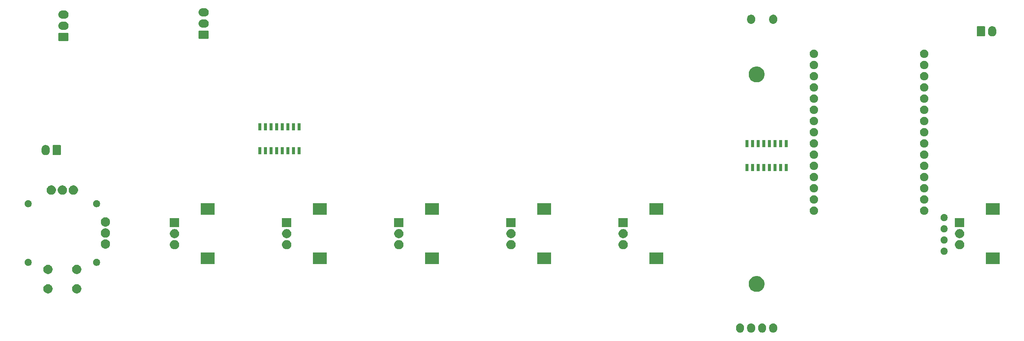
<source format=gbr>
G04 #@! TF.GenerationSoftware,KiCad,Pcbnew,(5.0.1-3-g963ef8bb5)*
G04 #@! TF.CreationDate,2019-11-20T19:59:20+01:00*
G04 #@! TF.ProjectId,RushBox2,52757368426F78322E6B696361645F70,rev?*
G04 #@! TF.SameCoordinates,Original*
G04 #@! TF.FileFunction,Soldermask,Bot*
G04 #@! TF.FilePolarity,Negative*
%FSLAX46Y46*%
G04 Gerber Fmt 4.6, Leading zero omitted, Abs format (unit mm)*
G04 Created by KiCad (PCBNEW (5.0.1-3-g963ef8bb5)) date 2019 November 20, Wednesday 19:59:20*
%MOMM*%
%LPD*%
G01*
G04 APERTURE LIST*
%ADD10C,0.100000*%
G04 APERTURE END LIST*
D10*
G36*
X204452626Y-128196037D02*
X204565852Y-128230384D01*
X204622466Y-128247557D01*
X204778989Y-128331221D01*
X204916186Y-128443814D01*
X204999448Y-128545271D01*
X205028778Y-128581009D01*
X205028779Y-128581011D01*
X205112443Y-128737533D01*
X205129616Y-128794147D01*
X205163963Y-128907373D01*
X205177000Y-129039742D01*
X205177000Y-129428257D01*
X205163963Y-129560626D01*
X205112443Y-129730466D01*
X205028778Y-129886991D01*
X205028777Y-129886992D01*
X204916186Y-130024186D01*
X204814729Y-130107448D01*
X204778991Y-130136778D01*
X204778989Y-130136779D01*
X204622467Y-130220443D01*
X204565853Y-130237616D01*
X204452627Y-130271963D01*
X204276000Y-130289359D01*
X204099374Y-130271963D01*
X203986148Y-130237616D01*
X203929534Y-130220443D01*
X203773012Y-130136779D01*
X203773010Y-130136778D01*
X203635816Y-130024186D01*
X203635812Y-130024183D01*
X203523222Y-129886992D01*
X203439557Y-129730467D01*
X203422384Y-129673853D01*
X203388037Y-129560627D01*
X203375000Y-129428258D01*
X203375000Y-129039743D01*
X203388037Y-128907374D01*
X203439557Y-128737535D01*
X203439557Y-128737534D01*
X203523221Y-128581011D01*
X203635814Y-128443814D01*
X203737271Y-128360552D01*
X203773009Y-128331222D01*
X203790913Y-128321652D01*
X203929533Y-128247557D01*
X203986147Y-128230384D01*
X204099373Y-128196037D01*
X204276000Y-128178641D01*
X204452626Y-128196037D01*
X204452626Y-128196037D01*
G37*
G36*
X206952626Y-128196037D02*
X207065852Y-128230384D01*
X207122466Y-128247557D01*
X207278989Y-128331221D01*
X207416186Y-128443814D01*
X207499448Y-128545271D01*
X207528778Y-128581009D01*
X207528779Y-128581011D01*
X207612443Y-128737533D01*
X207629616Y-128794147D01*
X207663963Y-128907373D01*
X207677000Y-129039742D01*
X207677000Y-129428257D01*
X207663963Y-129560626D01*
X207612443Y-129730466D01*
X207528778Y-129886991D01*
X207528777Y-129886992D01*
X207416186Y-130024186D01*
X207314729Y-130107448D01*
X207278991Y-130136778D01*
X207278989Y-130136779D01*
X207122467Y-130220443D01*
X207065853Y-130237616D01*
X206952627Y-130271963D01*
X206776000Y-130289359D01*
X206599374Y-130271963D01*
X206486148Y-130237616D01*
X206429534Y-130220443D01*
X206273012Y-130136779D01*
X206273010Y-130136778D01*
X206135816Y-130024186D01*
X206135812Y-130024183D01*
X206023222Y-129886992D01*
X205939557Y-129730467D01*
X205922384Y-129673853D01*
X205888037Y-129560627D01*
X205875000Y-129428258D01*
X205875000Y-129039743D01*
X205888037Y-128907374D01*
X205939557Y-128737535D01*
X205939557Y-128737534D01*
X206023221Y-128581011D01*
X206135814Y-128443814D01*
X206237271Y-128360552D01*
X206273009Y-128331222D01*
X206290913Y-128321652D01*
X206429533Y-128247557D01*
X206486147Y-128230384D01*
X206599373Y-128196037D01*
X206776000Y-128178641D01*
X206952626Y-128196037D01*
X206952626Y-128196037D01*
G37*
G36*
X209452626Y-128196037D02*
X209565852Y-128230384D01*
X209622466Y-128247557D01*
X209778989Y-128331221D01*
X209916186Y-128443814D01*
X209999448Y-128545271D01*
X210028778Y-128581009D01*
X210028779Y-128581011D01*
X210112443Y-128737533D01*
X210129616Y-128794147D01*
X210163963Y-128907373D01*
X210177000Y-129039742D01*
X210177000Y-129428257D01*
X210163963Y-129560626D01*
X210112443Y-129730466D01*
X210028778Y-129886991D01*
X210028777Y-129886992D01*
X209916186Y-130024186D01*
X209814729Y-130107448D01*
X209778991Y-130136778D01*
X209778989Y-130136779D01*
X209622467Y-130220443D01*
X209565853Y-130237616D01*
X209452627Y-130271963D01*
X209276000Y-130289359D01*
X209099374Y-130271963D01*
X208986148Y-130237616D01*
X208929534Y-130220443D01*
X208773012Y-130136779D01*
X208773010Y-130136778D01*
X208635816Y-130024186D01*
X208635812Y-130024183D01*
X208523222Y-129886992D01*
X208439557Y-129730467D01*
X208422384Y-129673853D01*
X208388037Y-129560627D01*
X208375000Y-129428258D01*
X208375000Y-129039743D01*
X208388037Y-128907374D01*
X208439557Y-128737535D01*
X208439557Y-128737534D01*
X208523221Y-128581011D01*
X208635814Y-128443814D01*
X208737271Y-128360552D01*
X208773009Y-128331222D01*
X208790913Y-128321652D01*
X208929533Y-128247557D01*
X208986147Y-128230384D01*
X209099373Y-128196037D01*
X209276000Y-128178641D01*
X209452626Y-128196037D01*
X209452626Y-128196037D01*
G37*
G36*
X211952626Y-128196037D02*
X212065852Y-128230384D01*
X212122466Y-128247557D01*
X212278989Y-128331221D01*
X212416186Y-128443814D01*
X212499448Y-128545271D01*
X212528778Y-128581009D01*
X212528779Y-128581011D01*
X212612443Y-128737533D01*
X212629616Y-128794147D01*
X212663963Y-128907373D01*
X212677000Y-129039742D01*
X212677000Y-129428257D01*
X212663963Y-129560626D01*
X212612443Y-129730466D01*
X212528778Y-129886991D01*
X212528777Y-129886992D01*
X212416186Y-130024186D01*
X212314729Y-130107448D01*
X212278991Y-130136778D01*
X212278989Y-130136779D01*
X212122467Y-130220443D01*
X212065853Y-130237616D01*
X211952627Y-130271963D01*
X211776000Y-130289359D01*
X211599374Y-130271963D01*
X211486148Y-130237616D01*
X211429534Y-130220443D01*
X211273012Y-130136779D01*
X211273010Y-130136778D01*
X211135816Y-130024186D01*
X211135812Y-130024183D01*
X211023222Y-129886992D01*
X210939557Y-129730467D01*
X210922384Y-129673853D01*
X210888037Y-129560627D01*
X210875000Y-129428258D01*
X210875000Y-129039743D01*
X210888037Y-128907374D01*
X210939557Y-128737535D01*
X210939557Y-128737534D01*
X211023221Y-128581011D01*
X211135814Y-128443814D01*
X211237271Y-128360552D01*
X211273009Y-128331222D01*
X211290913Y-128321652D01*
X211429533Y-128247557D01*
X211486147Y-128230384D01*
X211599373Y-128196037D01*
X211776000Y-128178641D01*
X211952626Y-128196037D01*
X211952626Y-128196037D01*
G37*
G36*
X47855214Y-119335079D02*
X47855216Y-119335080D01*
X47855217Y-119335080D01*
X48039429Y-119411383D01*
X48046394Y-119414268D01*
X48218451Y-119529233D01*
X48364767Y-119675549D01*
X48479732Y-119847606D01*
X48558921Y-120038786D01*
X48599290Y-120241734D01*
X48599290Y-120448666D01*
X48558921Y-120651614D01*
X48479732Y-120842794D01*
X48364767Y-121014851D01*
X48218451Y-121161167D01*
X48218448Y-121161169D01*
X48046394Y-121276132D01*
X47855217Y-121355320D01*
X47855216Y-121355320D01*
X47855214Y-121355321D01*
X47652266Y-121395690D01*
X47445334Y-121395690D01*
X47242386Y-121355321D01*
X47242384Y-121355320D01*
X47242383Y-121355320D01*
X47051206Y-121276132D01*
X46879152Y-121161169D01*
X46879149Y-121161167D01*
X46732833Y-121014851D01*
X46617868Y-120842794D01*
X46538679Y-120651614D01*
X46498310Y-120448666D01*
X46498310Y-120241734D01*
X46538679Y-120038786D01*
X46617868Y-119847606D01*
X46732833Y-119675549D01*
X46879149Y-119529233D01*
X47051206Y-119414268D01*
X47058171Y-119411383D01*
X47242383Y-119335080D01*
X47242384Y-119335080D01*
X47242386Y-119335079D01*
X47445334Y-119294710D01*
X47652266Y-119294710D01*
X47855214Y-119335079D01*
X47855214Y-119335079D01*
G37*
G36*
X54357614Y-119335079D02*
X54357616Y-119335080D01*
X54357617Y-119335080D01*
X54541829Y-119411383D01*
X54548794Y-119414268D01*
X54720851Y-119529233D01*
X54867167Y-119675549D01*
X54982132Y-119847606D01*
X55061321Y-120038786D01*
X55101690Y-120241734D01*
X55101690Y-120448666D01*
X55061321Y-120651614D01*
X54982132Y-120842794D01*
X54867167Y-121014851D01*
X54720851Y-121161167D01*
X54720848Y-121161169D01*
X54548794Y-121276132D01*
X54357617Y-121355320D01*
X54357616Y-121355320D01*
X54357614Y-121355321D01*
X54154666Y-121395690D01*
X53947734Y-121395690D01*
X53744786Y-121355321D01*
X53744784Y-121355320D01*
X53744783Y-121355320D01*
X53553606Y-121276132D01*
X53381552Y-121161169D01*
X53381549Y-121161167D01*
X53235233Y-121014851D01*
X53120268Y-120842794D01*
X53041079Y-120651614D01*
X53000710Y-120448666D01*
X53000710Y-120241734D01*
X53041079Y-120038786D01*
X53120268Y-119847606D01*
X53235233Y-119675549D01*
X53381549Y-119529233D01*
X53553606Y-119414268D01*
X53560571Y-119411383D01*
X53744783Y-119335080D01*
X53744784Y-119335080D01*
X53744786Y-119335079D01*
X53947734Y-119294710D01*
X54154666Y-119294710D01*
X54357614Y-119335079D01*
X54357614Y-119335079D01*
G37*
G36*
X208551331Y-117502211D02*
X208879092Y-117637974D01*
X209174073Y-117835074D01*
X209424926Y-118085927D01*
X209622026Y-118380908D01*
X209757789Y-118708669D01*
X209827000Y-119056616D01*
X209827000Y-119411384D01*
X209757789Y-119759331D01*
X209622026Y-120087092D01*
X209424926Y-120382073D01*
X209174073Y-120632926D01*
X208879092Y-120830026D01*
X208551331Y-120965789D01*
X208203384Y-121035000D01*
X207848616Y-121035000D01*
X207500669Y-120965789D01*
X207172908Y-120830026D01*
X206877927Y-120632926D01*
X206627074Y-120382073D01*
X206429974Y-120087092D01*
X206294211Y-119759331D01*
X206225000Y-119411384D01*
X206225000Y-119056616D01*
X206294211Y-118708669D01*
X206429974Y-118380908D01*
X206627074Y-118085927D01*
X206877927Y-117835074D01*
X207172908Y-117637974D01*
X207500669Y-117502211D01*
X207848616Y-117433000D01*
X208203384Y-117433000D01*
X208551331Y-117502211D01*
X208551331Y-117502211D01*
G37*
G36*
X47855214Y-114935799D02*
X47855216Y-114935800D01*
X47855217Y-114935800D01*
X48046394Y-115014988D01*
X48218451Y-115129953D01*
X48364767Y-115276269D01*
X48479732Y-115448326D01*
X48558921Y-115639506D01*
X48599290Y-115842454D01*
X48599290Y-116049386D01*
X48558921Y-116252334D01*
X48479732Y-116443514D01*
X48364767Y-116615571D01*
X48218451Y-116761887D01*
X48218448Y-116761889D01*
X48046394Y-116876852D01*
X47855217Y-116956040D01*
X47855216Y-116956040D01*
X47855214Y-116956041D01*
X47652266Y-116996410D01*
X47445334Y-116996410D01*
X47242386Y-116956041D01*
X47242384Y-116956040D01*
X47242383Y-116956040D01*
X47051206Y-116876852D01*
X46879152Y-116761889D01*
X46879149Y-116761887D01*
X46732833Y-116615571D01*
X46617868Y-116443514D01*
X46538679Y-116252334D01*
X46498310Y-116049386D01*
X46498310Y-115842454D01*
X46538679Y-115639506D01*
X46617868Y-115448326D01*
X46732833Y-115276269D01*
X46879149Y-115129953D01*
X47051206Y-115014988D01*
X47242383Y-114935800D01*
X47242384Y-114935800D01*
X47242386Y-114935799D01*
X47445334Y-114895430D01*
X47652266Y-114895430D01*
X47855214Y-114935799D01*
X47855214Y-114935799D01*
G37*
G36*
X54357614Y-114935799D02*
X54357616Y-114935800D01*
X54357617Y-114935800D01*
X54548794Y-115014988D01*
X54720851Y-115129953D01*
X54867167Y-115276269D01*
X54982132Y-115448326D01*
X55061321Y-115639506D01*
X55101690Y-115842454D01*
X55101690Y-116049386D01*
X55061321Y-116252334D01*
X54982132Y-116443514D01*
X54867167Y-116615571D01*
X54720851Y-116761887D01*
X54720848Y-116761889D01*
X54548794Y-116876852D01*
X54357617Y-116956040D01*
X54357616Y-116956040D01*
X54357614Y-116956041D01*
X54154666Y-116996410D01*
X53947734Y-116996410D01*
X53744786Y-116956041D01*
X53744784Y-116956040D01*
X53744783Y-116956040D01*
X53553606Y-116876852D01*
X53381552Y-116761889D01*
X53381549Y-116761887D01*
X53235233Y-116615571D01*
X53120268Y-116443514D01*
X53041079Y-116252334D01*
X53000710Y-116049386D01*
X53000710Y-115842454D01*
X53041079Y-115639506D01*
X53120268Y-115448326D01*
X53235233Y-115276269D01*
X53381549Y-115129953D01*
X53553606Y-115014988D01*
X53744783Y-114935800D01*
X53744784Y-114935800D01*
X53744786Y-114935799D01*
X53947734Y-114895430D01*
X54154666Y-114895430D01*
X54357614Y-114935799D01*
X54357614Y-114935799D01*
G37*
G36*
X58783349Y-113574954D02*
X58929226Y-113635378D01*
X59059921Y-113722706D01*
X59060514Y-113723102D01*
X59172158Y-113834746D01*
X59172160Y-113834749D01*
X59259882Y-113966034D01*
X59320306Y-114111911D01*
X59351110Y-114266772D01*
X59351110Y-114424668D01*
X59320306Y-114579529D01*
X59259882Y-114725406D01*
X59172554Y-114856101D01*
X59172158Y-114856694D01*
X59060514Y-114968338D01*
X59060511Y-114968340D01*
X58929226Y-115056062D01*
X58783349Y-115116486D01*
X58628488Y-115147290D01*
X58470592Y-115147290D01*
X58315731Y-115116486D01*
X58169854Y-115056062D01*
X58038569Y-114968340D01*
X58038566Y-114968338D01*
X57926922Y-114856694D01*
X57926526Y-114856101D01*
X57839198Y-114725406D01*
X57778774Y-114579529D01*
X57747970Y-114424668D01*
X57747970Y-114266772D01*
X57778774Y-114111911D01*
X57839198Y-113966034D01*
X57926920Y-113834749D01*
X57926922Y-113834746D01*
X58038566Y-113723102D01*
X58039159Y-113722706D01*
X58169854Y-113635378D01*
X58315731Y-113574954D01*
X58470592Y-113544150D01*
X58628488Y-113544150D01*
X58783349Y-113574954D01*
X58783349Y-113574954D01*
G37*
G36*
X43284269Y-113574954D02*
X43430146Y-113635378D01*
X43560841Y-113722706D01*
X43561434Y-113723102D01*
X43673078Y-113834746D01*
X43673080Y-113834749D01*
X43760802Y-113966034D01*
X43821226Y-114111911D01*
X43852030Y-114266772D01*
X43852030Y-114424668D01*
X43821226Y-114579529D01*
X43760802Y-114725406D01*
X43673474Y-114856101D01*
X43673078Y-114856694D01*
X43561434Y-114968338D01*
X43561431Y-114968340D01*
X43430146Y-115056062D01*
X43284269Y-115116486D01*
X43129408Y-115147290D01*
X42971512Y-115147290D01*
X42816651Y-115116486D01*
X42670774Y-115056062D01*
X42539489Y-114968340D01*
X42539486Y-114968338D01*
X42427842Y-114856694D01*
X42427446Y-114856101D01*
X42340118Y-114725406D01*
X42279694Y-114579529D01*
X42248890Y-114424668D01*
X42248890Y-114266772D01*
X42279694Y-114111911D01*
X42340118Y-113966034D01*
X42427840Y-113834749D01*
X42427842Y-113834746D01*
X42539486Y-113723102D01*
X42540079Y-113722706D01*
X42670774Y-113635378D01*
X42816651Y-113574954D01*
X42971512Y-113544150D01*
X43129408Y-113544150D01*
X43284269Y-113574954D01*
X43284269Y-113574954D01*
G37*
G36*
X263051000Y-114739500D02*
X259949000Y-114739500D01*
X259949000Y-112137500D01*
X263051000Y-112137500D01*
X263051000Y-114739500D01*
X263051000Y-114739500D01*
G37*
G36*
X186851000Y-114739500D02*
X183749000Y-114739500D01*
X183749000Y-112137500D01*
X186851000Y-112137500D01*
X186851000Y-114739500D01*
X186851000Y-114739500D01*
G37*
G36*
X161451000Y-114739500D02*
X158349000Y-114739500D01*
X158349000Y-112137500D01*
X161451000Y-112137500D01*
X161451000Y-114739500D01*
X161451000Y-114739500D01*
G37*
G36*
X136051000Y-114739500D02*
X132949000Y-114739500D01*
X132949000Y-112137500D01*
X136051000Y-112137500D01*
X136051000Y-114739500D01*
X136051000Y-114739500D01*
G37*
G36*
X110651000Y-114739500D02*
X107549000Y-114739500D01*
X107549000Y-112137500D01*
X110651000Y-112137500D01*
X110651000Y-114739500D01*
X110651000Y-114739500D01*
G37*
G36*
X85251000Y-114739500D02*
X82149000Y-114739500D01*
X82149000Y-112137500D01*
X85251000Y-112137500D01*
X85251000Y-114739500D01*
X85251000Y-114739500D01*
G37*
G36*
X250717142Y-111034242D02*
X250865102Y-111095530D01*
X250998258Y-111184502D01*
X251111498Y-111297742D01*
X251200470Y-111430898D01*
X251261758Y-111578858D01*
X251293000Y-111735925D01*
X251293000Y-111896075D01*
X251261758Y-112053142D01*
X251200470Y-112201102D01*
X251111498Y-112334258D01*
X250998258Y-112447498D01*
X250865102Y-112536470D01*
X250717142Y-112597758D01*
X250560075Y-112629000D01*
X250399925Y-112629000D01*
X250242858Y-112597758D01*
X250094898Y-112536470D01*
X249961742Y-112447498D01*
X249848502Y-112334258D01*
X249759530Y-112201102D01*
X249698242Y-112053142D01*
X249667000Y-111896075D01*
X249667000Y-111735925D01*
X249698242Y-111578858D01*
X249759530Y-111430898D01*
X249848502Y-111297742D01*
X249961742Y-111184502D01*
X250094898Y-111095530D01*
X250242858Y-111034242D01*
X250399925Y-111003000D01*
X250560075Y-111003000D01*
X250717142Y-111034242D01*
X250717142Y-111034242D01*
G37*
G36*
X127306565Y-109327889D02*
X127497834Y-109407115D01*
X127669976Y-109522137D01*
X127816363Y-109668524D01*
X127931385Y-109840666D01*
X128010611Y-110031935D01*
X128051000Y-110234984D01*
X128051000Y-110442016D01*
X128010611Y-110645065D01*
X127931385Y-110836334D01*
X127816363Y-111008476D01*
X127669976Y-111154863D01*
X127497834Y-111269885D01*
X127306565Y-111349111D01*
X127103516Y-111389500D01*
X126896484Y-111389500D01*
X126693435Y-111349111D01*
X126502166Y-111269885D01*
X126330024Y-111154863D01*
X126183637Y-111008476D01*
X126068615Y-110836334D01*
X125989389Y-110645065D01*
X125949000Y-110442016D01*
X125949000Y-110234984D01*
X125989389Y-110031935D01*
X126068615Y-109840666D01*
X126183637Y-109668524D01*
X126330024Y-109522137D01*
X126502166Y-109407115D01*
X126693435Y-109327889D01*
X126896484Y-109287500D01*
X127103516Y-109287500D01*
X127306565Y-109327889D01*
X127306565Y-109327889D01*
G37*
G36*
X152706565Y-109327889D02*
X152897834Y-109407115D01*
X153069976Y-109522137D01*
X153216363Y-109668524D01*
X153331385Y-109840666D01*
X153410611Y-110031935D01*
X153451000Y-110234984D01*
X153451000Y-110442016D01*
X153410611Y-110645065D01*
X153331385Y-110836334D01*
X153216363Y-111008476D01*
X153069976Y-111154863D01*
X152897834Y-111269885D01*
X152706565Y-111349111D01*
X152503516Y-111389500D01*
X152296484Y-111389500D01*
X152093435Y-111349111D01*
X151902166Y-111269885D01*
X151730024Y-111154863D01*
X151583637Y-111008476D01*
X151468615Y-110836334D01*
X151389389Y-110645065D01*
X151349000Y-110442016D01*
X151349000Y-110234984D01*
X151389389Y-110031935D01*
X151468615Y-109840666D01*
X151583637Y-109668524D01*
X151730024Y-109522137D01*
X151902166Y-109407115D01*
X152093435Y-109327889D01*
X152296484Y-109287500D01*
X152503516Y-109287500D01*
X152706565Y-109327889D01*
X152706565Y-109327889D01*
G37*
G36*
X178106565Y-109327889D02*
X178297834Y-109407115D01*
X178469976Y-109522137D01*
X178616363Y-109668524D01*
X178731385Y-109840666D01*
X178810611Y-110031935D01*
X178851000Y-110234984D01*
X178851000Y-110442016D01*
X178810611Y-110645065D01*
X178731385Y-110836334D01*
X178616363Y-111008476D01*
X178469976Y-111154863D01*
X178297834Y-111269885D01*
X178106565Y-111349111D01*
X177903516Y-111389500D01*
X177696484Y-111389500D01*
X177493435Y-111349111D01*
X177302166Y-111269885D01*
X177130024Y-111154863D01*
X176983637Y-111008476D01*
X176868615Y-110836334D01*
X176789389Y-110645065D01*
X176749000Y-110442016D01*
X176749000Y-110234984D01*
X176789389Y-110031935D01*
X176868615Y-109840666D01*
X176983637Y-109668524D01*
X177130024Y-109522137D01*
X177302166Y-109407115D01*
X177493435Y-109327889D01*
X177696484Y-109287500D01*
X177903516Y-109287500D01*
X178106565Y-109327889D01*
X178106565Y-109327889D01*
G37*
G36*
X254306565Y-109327889D02*
X254497834Y-109407115D01*
X254669976Y-109522137D01*
X254816363Y-109668524D01*
X254931385Y-109840666D01*
X255010611Y-110031935D01*
X255051000Y-110234984D01*
X255051000Y-110442016D01*
X255010611Y-110645065D01*
X254931385Y-110836334D01*
X254816363Y-111008476D01*
X254669976Y-111154863D01*
X254497834Y-111269885D01*
X254306565Y-111349111D01*
X254103516Y-111389500D01*
X253896484Y-111389500D01*
X253693435Y-111349111D01*
X253502166Y-111269885D01*
X253330024Y-111154863D01*
X253183637Y-111008476D01*
X253068615Y-110836334D01*
X252989389Y-110645065D01*
X252949000Y-110442016D01*
X252949000Y-110234984D01*
X252989389Y-110031935D01*
X253068615Y-109840666D01*
X253183637Y-109668524D01*
X253330024Y-109522137D01*
X253502166Y-109407115D01*
X253693435Y-109327889D01*
X253896484Y-109287500D01*
X254103516Y-109287500D01*
X254306565Y-109327889D01*
X254306565Y-109327889D01*
G37*
G36*
X76506565Y-109327889D02*
X76697834Y-109407115D01*
X76869976Y-109522137D01*
X77016363Y-109668524D01*
X77131385Y-109840666D01*
X77210611Y-110031935D01*
X77251000Y-110234984D01*
X77251000Y-110442016D01*
X77210611Y-110645065D01*
X77131385Y-110836334D01*
X77016363Y-111008476D01*
X76869976Y-111154863D01*
X76697834Y-111269885D01*
X76506565Y-111349111D01*
X76303516Y-111389500D01*
X76096484Y-111389500D01*
X75893435Y-111349111D01*
X75702166Y-111269885D01*
X75530024Y-111154863D01*
X75383637Y-111008476D01*
X75268615Y-110836334D01*
X75189389Y-110645065D01*
X75149000Y-110442016D01*
X75149000Y-110234984D01*
X75189389Y-110031935D01*
X75268615Y-109840666D01*
X75383637Y-109668524D01*
X75530024Y-109522137D01*
X75702166Y-109407115D01*
X75893435Y-109327889D01*
X76096484Y-109287500D01*
X76303516Y-109287500D01*
X76506565Y-109327889D01*
X76506565Y-109327889D01*
G37*
G36*
X101906565Y-109327889D02*
X102097834Y-109407115D01*
X102269976Y-109522137D01*
X102416363Y-109668524D01*
X102531385Y-109840666D01*
X102610611Y-110031935D01*
X102651000Y-110234984D01*
X102651000Y-110442016D01*
X102610611Y-110645065D01*
X102531385Y-110836334D01*
X102416363Y-111008476D01*
X102269976Y-111154863D01*
X102097834Y-111269885D01*
X101906565Y-111349111D01*
X101703516Y-111389500D01*
X101496484Y-111389500D01*
X101293435Y-111349111D01*
X101102166Y-111269885D01*
X100930024Y-111154863D01*
X100783637Y-111008476D01*
X100668615Y-110836334D01*
X100589389Y-110645065D01*
X100549000Y-110442016D01*
X100549000Y-110234984D01*
X100589389Y-110031935D01*
X100668615Y-109840666D01*
X100783637Y-109668524D01*
X100930024Y-109522137D01*
X101102166Y-109407115D01*
X101293435Y-109327889D01*
X101496484Y-109287500D01*
X101703516Y-109287500D01*
X101906565Y-109327889D01*
X101906565Y-109327889D01*
G37*
G36*
X60857474Y-109185239D02*
X60857476Y-109185240D01*
X60857477Y-109185240D01*
X60883275Y-109195926D01*
X61048654Y-109264428D01*
X61220711Y-109379393D01*
X61367027Y-109525709D01*
X61367029Y-109525712D01*
X61481992Y-109697766D01*
X61541183Y-109840665D01*
X61561181Y-109888946D01*
X61601550Y-110091894D01*
X61601550Y-110298826D01*
X61561181Y-110501774D01*
X61481992Y-110692954D01*
X61367027Y-110865011D01*
X61220711Y-111011327D01*
X61220708Y-111011329D01*
X61048654Y-111126292D01*
X60857477Y-111205480D01*
X60857476Y-111205480D01*
X60857474Y-111205481D01*
X60654526Y-111245850D01*
X60447594Y-111245850D01*
X60244646Y-111205481D01*
X60244644Y-111205480D01*
X60244643Y-111205480D01*
X60053466Y-111126292D01*
X59881412Y-111011329D01*
X59881409Y-111011327D01*
X59735093Y-110865011D01*
X59620128Y-110692954D01*
X59540939Y-110501774D01*
X59500570Y-110298826D01*
X59500570Y-110091894D01*
X59540939Y-109888946D01*
X59560938Y-109840665D01*
X59620128Y-109697766D01*
X59735091Y-109525712D01*
X59735093Y-109525709D01*
X59881409Y-109379393D01*
X60053466Y-109264428D01*
X60218845Y-109195926D01*
X60244643Y-109185240D01*
X60244644Y-109185240D01*
X60244646Y-109185239D01*
X60447594Y-109144870D01*
X60654526Y-109144870D01*
X60857474Y-109185239D01*
X60857474Y-109185239D01*
G37*
G36*
X250717142Y-108494242D02*
X250865102Y-108555530D01*
X250998258Y-108644502D01*
X251111498Y-108757742D01*
X251200470Y-108890898D01*
X251261758Y-109038858D01*
X251293000Y-109195925D01*
X251293000Y-109356075D01*
X251261758Y-109513142D01*
X251200470Y-109661102D01*
X251111498Y-109794258D01*
X250998258Y-109907498D01*
X250865102Y-109996470D01*
X250717142Y-110057758D01*
X250560075Y-110089000D01*
X250399925Y-110089000D01*
X250242858Y-110057758D01*
X250094898Y-109996470D01*
X249961742Y-109907498D01*
X249848502Y-109794258D01*
X249759530Y-109661102D01*
X249698242Y-109513142D01*
X249667000Y-109356075D01*
X249667000Y-109195925D01*
X249698242Y-109038858D01*
X249759530Y-108890898D01*
X249848502Y-108757742D01*
X249961742Y-108644502D01*
X250094898Y-108555530D01*
X250242858Y-108494242D01*
X250399925Y-108463000D01*
X250560075Y-108463000D01*
X250717142Y-108494242D01*
X250717142Y-108494242D01*
G37*
G36*
X178106565Y-106827889D02*
X178297834Y-106907115D01*
X178469976Y-107022137D01*
X178616363Y-107168524D01*
X178731385Y-107340666D01*
X178810611Y-107531935D01*
X178851000Y-107734984D01*
X178851000Y-107942016D01*
X178810611Y-108145065D01*
X178731385Y-108336334D01*
X178616363Y-108508476D01*
X178469976Y-108654863D01*
X178297834Y-108769885D01*
X178106565Y-108849111D01*
X177903516Y-108889500D01*
X177696484Y-108889500D01*
X177493435Y-108849111D01*
X177302166Y-108769885D01*
X177130024Y-108654863D01*
X176983637Y-108508476D01*
X176868615Y-108336334D01*
X176789389Y-108145065D01*
X176749000Y-107942016D01*
X176749000Y-107734984D01*
X176789389Y-107531935D01*
X176868615Y-107340666D01*
X176983637Y-107168524D01*
X177130024Y-107022137D01*
X177302166Y-106907115D01*
X177493435Y-106827889D01*
X177696484Y-106787500D01*
X177903516Y-106787500D01*
X178106565Y-106827889D01*
X178106565Y-106827889D01*
G37*
G36*
X152706565Y-106827889D02*
X152897834Y-106907115D01*
X153069976Y-107022137D01*
X153216363Y-107168524D01*
X153331385Y-107340666D01*
X153410611Y-107531935D01*
X153451000Y-107734984D01*
X153451000Y-107942016D01*
X153410611Y-108145065D01*
X153331385Y-108336334D01*
X153216363Y-108508476D01*
X153069976Y-108654863D01*
X152897834Y-108769885D01*
X152706565Y-108849111D01*
X152503516Y-108889500D01*
X152296484Y-108889500D01*
X152093435Y-108849111D01*
X151902166Y-108769885D01*
X151730024Y-108654863D01*
X151583637Y-108508476D01*
X151468615Y-108336334D01*
X151389389Y-108145065D01*
X151349000Y-107942016D01*
X151349000Y-107734984D01*
X151389389Y-107531935D01*
X151468615Y-107340666D01*
X151583637Y-107168524D01*
X151730024Y-107022137D01*
X151902166Y-106907115D01*
X152093435Y-106827889D01*
X152296484Y-106787500D01*
X152503516Y-106787500D01*
X152706565Y-106827889D01*
X152706565Y-106827889D01*
G37*
G36*
X76506565Y-106827889D02*
X76697834Y-106907115D01*
X76869976Y-107022137D01*
X77016363Y-107168524D01*
X77131385Y-107340666D01*
X77210611Y-107531935D01*
X77251000Y-107734984D01*
X77251000Y-107942016D01*
X77210611Y-108145065D01*
X77131385Y-108336334D01*
X77016363Y-108508476D01*
X76869976Y-108654863D01*
X76697834Y-108769885D01*
X76506565Y-108849111D01*
X76303516Y-108889500D01*
X76096484Y-108889500D01*
X75893435Y-108849111D01*
X75702166Y-108769885D01*
X75530024Y-108654863D01*
X75383637Y-108508476D01*
X75268615Y-108336334D01*
X75189389Y-108145065D01*
X75149000Y-107942016D01*
X75149000Y-107734984D01*
X75189389Y-107531935D01*
X75268615Y-107340666D01*
X75383637Y-107168524D01*
X75530024Y-107022137D01*
X75702166Y-106907115D01*
X75893435Y-106827889D01*
X76096484Y-106787500D01*
X76303516Y-106787500D01*
X76506565Y-106827889D01*
X76506565Y-106827889D01*
G37*
G36*
X101906565Y-106827889D02*
X102097834Y-106907115D01*
X102269976Y-107022137D01*
X102416363Y-107168524D01*
X102531385Y-107340666D01*
X102610611Y-107531935D01*
X102651000Y-107734984D01*
X102651000Y-107942016D01*
X102610611Y-108145065D01*
X102531385Y-108336334D01*
X102416363Y-108508476D01*
X102269976Y-108654863D01*
X102097834Y-108769885D01*
X101906565Y-108849111D01*
X101703516Y-108889500D01*
X101496484Y-108889500D01*
X101293435Y-108849111D01*
X101102166Y-108769885D01*
X100930024Y-108654863D01*
X100783637Y-108508476D01*
X100668615Y-108336334D01*
X100589389Y-108145065D01*
X100549000Y-107942016D01*
X100549000Y-107734984D01*
X100589389Y-107531935D01*
X100668615Y-107340666D01*
X100783637Y-107168524D01*
X100930024Y-107022137D01*
X101102166Y-106907115D01*
X101293435Y-106827889D01*
X101496484Y-106787500D01*
X101703516Y-106787500D01*
X101906565Y-106827889D01*
X101906565Y-106827889D01*
G37*
G36*
X254306565Y-106827889D02*
X254497834Y-106907115D01*
X254669976Y-107022137D01*
X254816363Y-107168524D01*
X254931385Y-107340666D01*
X255010611Y-107531935D01*
X255051000Y-107734984D01*
X255051000Y-107942016D01*
X255010611Y-108145065D01*
X254931385Y-108336334D01*
X254816363Y-108508476D01*
X254669976Y-108654863D01*
X254497834Y-108769885D01*
X254306565Y-108849111D01*
X254103516Y-108889500D01*
X253896484Y-108889500D01*
X253693435Y-108849111D01*
X253502166Y-108769885D01*
X253330024Y-108654863D01*
X253183637Y-108508476D01*
X253068615Y-108336334D01*
X252989389Y-108145065D01*
X252949000Y-107942016D01*
X252949000Y-107734984D01*
X252989389Y-107531935D01*
X253068615Y-107340666D01*
X253183637Y-107168524D01*
X253330024Y-107022137D01*
X253502166Y-106907115D01*
X253693435Y-106827889D01*
X253896484Y-106787500D01*
X254103516Y-106787500D01*
X254306565Y-106827889D01*
X254306565Y-106827889D01*
G37*
G36*
X127306565Y-106827889D02*
X127497834Y-106907115D01*
X127669976Y-107022137D01*
X127816363Y-107168524D01*
X127931385Y-107340666D01*
X128010611Y-107531935D01*
X128051000Y-107734984D01*
X128051000Y-107942016D01*
X128010611Y-108145065D01*
X127931385Y-108336334D01*
X127816363Y-108508476D01*
X127669976Y-108654863D01*
X127497834Y-108769885D01*
X127306565Y-108849111D01*
X127103516Y-108889500D01*
X126896484Y-108889500D01*
X126693435Y-108849111D01*
X126502166Y-108769885D01*
X126330024Y-108654863D01*
X126183637Y-108508476D01*
X126068615Y-108336334D01*
X125989389Y-108145065D01*
X125949000Y-107942016D01*
X125949000Y-107734984D01*
X125989389Y-107531935D01*
X126068615Y-107340666D01*
X126183637Y-107168524D01*
X126330024Y-107022137D01*
X126502166Y-106907115D01*
X126693435Y-106827889D01*
X126896484Y-106787500D01*
X127103516Y-106787500D01*
X127306565Y-106827889D01*
X127306565Y-106827889D01*
G37*
G36*
X60857474Y-106685879D02*
X60857476Y-106685880D01*
X60857477Y-106685880D01*
X61048654Y-106765068D01*
X61220711Y-106880033D01*
X61367027Y-107026349D01*
X61367029Y-107026352D01*
X61481992Y-107198406D01*
X61552033Y-107367499D01*
X61561181Y-107389586D01*
X61601550Y-107592534D01*
X61601550Y-107799466D01*
X61561181Y-108002414D01*
X61481992Y-108193594D01*
X61367027Y-108365651D01*
X61220711Y-108511967D01*
X61220708Y-108511969D01*
X61048654Y-108626932D01*
X60857477Y-108706120D01*
X60857476Y-108706120D01*
X60857474Y-108706121D01*
X60654526Y-108746490D01*
X60447594Y-108746490D01*
X60244646Y-108706121D01*
X60244644Y-108706120D01*
X60244643Y-108706120D01*
X60053466Y-108626932D01*
X59881412Y-108511969D01*
X59881409Y-108511967D01*
X59735093Y-108365651D01*
X59620128Y-108193594D01*
X59540939Y-108002414D01*
X59500570Y-107799466D01*
X59500570Y-107592534D01*
X59540939Y-107389586D01*
X59550088Y-107367499D01*
X59620128Y-107198406D01*
X59735091Y-107026352D01*
X59735093Y-107026349D01*
X59881409Y-106880033D01*
X60053466Y-106765068D01*
X60244643Y-106685880D01*
X60244644Y-106685880D01*
X60244646Y-106685879D01*
X60447594Y-106645510D01*
X60654526Y-106645510D01*
X60857474Y-106685879D01*
X60857474Y-106685879D01*
G37*
G36*
X250717142Y-105954242D02*
X250831583Y-106001646D01*
X250858051Y-106012609D01*
X250865102Y-106015530D01*
X250932130Y-106060317D01*
X250998257Y-106104501D01*
X251111499Y-106217743D01*
X251155683Y-106283870D01*
X251200470Y-106350898D01*
X251261758Y-106498858D01*
X251293000Y-106655925D01*
X251293000Y-106816075D01*
X251261758Y-106973142D01*
X251239717Y-107026352D01*
X251200471Y-107121100D01*
X251111499Y-107254257D01*
X250998257Y-107367499D01*
X250965201Y-107389586D01*
X250865102Y-107456470D01*
X250717142Y-107517758D01*
X250560075Y-107549000D01*
X250399925Y-107549000D01*
X250242858Y-107517758D01*
X250094898Y-107456470D01*
X249994799Y-107389586D01*
X249961743Y-107367499D01*
X249848501Y-107254257D01*
X249759529Y-107121100D01*
X249720283Y-107026352D01*
X249698242Y-106973142D01*
X249667000Y-106816075D01*
X249667000Y-106655925D01*
X249698242Y-106498858D01*
X249759530Y-106350898D01*
X249804317Y-106283870D01*
X249848501Y-106217743D01*
X249961743Y-106104501D01*
X250027870Y-106060317D01*
X250094898Y-106015530D01*
X250101950Y-106012609D01*
X250128417Y-106001646D01*
X250242858Y-105954242D01*
X250399925Y-105923000D01*
X250560075Y-105923000D01*
X250717142Y-105954242D01*
X250717142Y-105954242D01*
G37*
G36*
X128051000Y-106389500D02*
X125949000Y-106389500D01*
X125949000Y-104287500D01*
X128051000Y-104287500D01*
X128051000Y-106389500D01*
X128051000Y-106389500D01*
G37*
G36*
X153451000Y-106389500D02*
X151349000Y-106389500D01*
X151349000Y-104287500D01*
X153451000Y-104287500D01*
X153451000Y-106389500D01*
X153451000Y-106389500D01*
G37*
G36*
X255051000Y-106389500D02*
X252949000Y-106389500D01*
X252949000Y-104287500D01*
X255051000Y-104287500D01*
X255051000Y-106389500D01*
X255051000Y-106389500D01*
G37*
G36*
X178851000Y-106389500D02*
X176749000Y-106389500D01*
X176749000Y-104287500D01*
X178851000Y-104287500D01*
X178851000Y-106389500D01*
X178851000Y-106389500D01*
G37*
G36*
X77251000Y-106389500D02*
X75149000Y-106389500D01*
X75149000Y-104287500D01*
X77251000Y-104287500D01*
X77251000Y-106389500D01*
X77251000Y-106389500D01*
G37*
G36*
X102651000Y-106389500D02*
X100549000Y-106389500D01*
X100549000Y-104287500D01*
X102651000Y-104287500D01*
X102651000Y-106389500D01*
X102651000Y-106389500D01*
G37*
G36*
X60857474Y-104186519D02*
X60857476Y-104186520D01*
X60857477Y-104186520D01*
X61048654Y-104265708D01*
X61220711Y-104380673D01*
X61367027Y-104526989D01*
X61481992Y-104699046D01*
X61561181Y-104890226D01*
X61601550Y-105093174D01*
X61601550Y-105300106D01*
X61561181Y-105503054D01*
X61481992Y-105694234D01*
X61367027Y-105866291D01*
X61220711Y-106012607D01*
X61220708Y-106012609D01*
X61048654Y-106127572D01*
X60857477Y-106206760D01*
X60857476Y-106206760D01*
X60857474Y-106206761D01*
X60654526Y-106247130D01*
X60447594Y-106247130D01*
X60244646Y-106206761D01*
X60244644Y-106206760D01*
X60244643Y-106206760D01*
X60053466Y-106127572D01*
X59881412Y-106012609D01*
X59881409Y-106012607D01*
X59735093Y-105866291D01*
X59620128Y-105694234D01*
X59540939Y-105503054D01*
X59500570Y-105300106D01*
X59500570Y-105093174D01*
X59540939Y-104890226D01*
X59620128Y-104699046D01*
X59735093Y-104526989D01*
X59881409Y-104380673D01*
X60053466Y-104265708D01*
X60244643Y-104186520D01*
X60244644Y-104186520D01*
X60244646Y-104186519D01*
X60447594Y-104146150D01*
X60654526Y-104146150D01*
X60857474Y-104186519D01*
X60857474Y-104186519D01*
G37*
G36*
X250717142Y-103414242D02*
X250865102Y-103475530D01*
X250998258Y-103564502D01*
X251111498Y-103677742D01*
X251200470Y-103810898D01*
X251261758Y-103958858D01*
X251293000Y-104115925D01*
X251293000Y-104276075D01*
X251261758Y-104433142D01*
X251222885Y-104526989D01*
X251200471Y-104581100D01*
X251121663Y-104699046D01*
X251111498Y-104714258D01*
X250998258Y-104827498D01*
X250865102Y-104916470D01*
X250717142Y-104977758D01*
X250560075Y-105009000D01*
X250399925Y-105009000D01*
X250242858Y-104977758D01*
X250094898Y-104916470D01*
X249961742Y-104827498D01*
X249848502Y-104714258D01*
X249838338Y-104699046D01*
X249759529Y-104581100D01*
X249737115Y-104526989D01*
X249698242Y-104433142D01*
X249667000Y-104276075D01*
X249667000Y-104115925D01*
X249698242Y-103958858D01*
X249759530Y-103810898D01*
X249848502Y-103677742D01*
X249961742Y-103564502D01*
X250094898Y-103475530D01*
X250242858Y-103414242D01*
X250399925Y-103383000D01*
X250560075Y-103383000D01*
X250717142Y-103414242D01*
X250717142Y-103414242D01*
G37*
G36*
X221257396Y-101701546D02*
X221430466Y-101773234D01*
X221586230Y-101877312D01*
X221718688Y-102009770D01*
X221822766Y-102165534D01*
X221894454Y-102338604D01*
X221931000Y-102522333D01*
X221931000Y-102709667D01*
X221894454Y-102893396D01*
X221822766Y-103066466D01*
X221718688Y-103222230D01*
X221586230Y-103354688D01*
X221430466Y-103458766D01*
X221257396Y-103530454D01*
X221073667Y-103567000D01*
X220886333Y-103567000D01*
X220702604Y-103530454D01*
X220529534Y-103458766D01*
X220373770Y-103354688D01*
X220241312Y-103222230D01*
X220137234Y-103066466D01*
X220065546Y-102893396D01*
X220029000Y-102709667D01*
X220029000Y-102522333D01*
X220065546Y-102338604D01*
X220137234Y-102165534D01*
X220241312Y-102009770D01*
X220373770Y-101877312D01*
X220529534Y-101773234D01*
X220702604Y-101701546D01*
X220886333Y-101665000D01*
X221073667Y-101665000D01*
X221257396Y-101701546D01*
X221257396Y-101701546D01*
G37*
G36*
X246257396Y-101701546D02*
X246430466Y-101773234D01*
X246586230Y-101877312D01*
X246718688Y-102009770D01*
X246822766Y-102165534D01*
X246894454Y-102338604D01*
X246931000Y-102522333D01*
X246931000Y-102709667D01*
X246894454Y-102893396D01*
X246822766Y-103066466D01*
X246718688Y-103222230D01*
X246586230Y-103354688D01*
X246430466Y-103458766D01*
X246257396Y-103530454D01*
X246073667Y-103567000D01*
X245886333Y-103567000D01*
X245702604Y-103530454D01*
X245529534Y-103458766D01*
X245373770Y-103354688D01*
X245241312Y-103222230D01*
X245137234Y-103066466D01*
X245065546Y-102893396D01*
X245029000Y-102709667D01*
X245029000Y-102522333D01*
X245065546Y-102338604D01*
X245137234Y-102165534D01*
X245241312Y-102009770D01*
X245373770Y-101877312D01*
X245529534Y-101773234D01*
X245702604Y-101701546D01*
X245886333Y-101665000D01*
X246073667Y-101665000D01*
X246257396Y-101701546D01*
X246257396Y-101701546D01*
G37*
G36*
X186851000Y-103539500D02*
X183749000Y-103539500D01*
X183749000Y-100937500D01*
X186851000Y-100937500D01*
X186851000Y-103539500D01*
X186851000Y-103539500D01*
G37*
G36*
X263051000Y-103539500D02*
X259949000Y-103539500D01*
X259949000Y-100937500D01*
X263051000Y-100937500D01*
X263051000Y-103539500D01*
X263051000Y-103539500D01*
G37*
G36*
X161451000Y-103539500D02*
X158349000Y-103539500D01*
X158349000Y-100937500D01*
X161451000Y-100937500D01*
X161451000Y-103539500D01*
X161451000Y-103539500D01*
G37*
G36*
X136051000Y-103539500D02*
X132949000Y-103539500D01*
X132949000Y-100937500D01*
X136051000Y-100937500D01*
X136051000Y-103539500D01*
X136051000Y-103539500D01*
G37*
G36*
X110651000Y-103539500D02*
X107549000Y-103539500D01*
X107549000Y-100937500D01*
X110651000Y-100937500D01*
X110651000Y-103539500D01*
X110651000Y-103539500D01*
G37*
G36*
X85251000Y-103539500D02*
X82149000Y-103539500D01*
X82149000Y-100937500D01*
X85251000Y-100937500D01*
X85251000Y-103539500D01*
X85251000Y-103539500D01*
G37*
G36*
X58783349Y-100275514D02*
X58929226Y-100335938D01*
X59059921Y-100423266D01*
X59060514Y-100423662D01*
X59172158Y-100535306D01*
X59172160Y-100535309D01*
X59259882Y-100666594D01*
X59320306Y-100812471D01*
X59351110Y-100967332D01*
X59351110Y-101125228D01*
X59320306Y-101280089D01*
X59259882Y-101425966D01*
X59172554Y-101556661D01*
X59172158Y-101557254D01*
X59060514Y-101668898D01*
X59060511Y-101668900D01*
X58929226Y-101756622D01*
X58783349Y-101817046D01*
X58628488Y-101847850D01*
X58470592Y-101847850D01*
X58315731Y-101817046D01*
X58169854Y-101756622D01*
X58038569Y-101668900D01*
X58038566Y-101668898D01*
X57926922Y-101557254D01*
X57926526Y-101556661D01*
X57839198Y-101425966D01*
X57778774Y-101280089D01*
X57747970Y-101125228D01*
X57747970Y-100967332D01*
X57778774Y-100812471D01*
X57839198Y-100666594D01*
X57926920Y-100535309D01*
X57926922Y-100535306D01*
X58038566Y-100423662D01*
X58039159Y-100423266D01*
X58169854Y-100335938D01*
X58315731Y-100275514D01*
X58470592Y-100244710D01*
X58628488Y-100244710D01*
X58783349Y-100275514D01*
X58783349Y-100275514D01*
G37*
G36*
X43284269Y-100275514D02*
X43430146Y-100335938D01*
X43560841Y-100423266D01*
X43561434Y-100423662D01*
X43673078Y-100535306D01*
X43673080Y-100535309D01*
X43760802Y-100666594D01*
X43821226Y-100812471D01*
X43852030Y-100967332D01*
X43852030Y-101125228D01*
X43821226Y-101280089D01*
X43760802Y-101425966D01*
X43673474Y-101556661D01*
X43673078Y-101557254D01*
X43561434Y-101668898D01*
X43561431Y-101668900D01*
X43430146Y-101756622D01*
X43284269Y-101817046D01*
X43129408Y-101847850D01*
X42971512Y-101847850D01*
X42816651Y-101817046D01*
X42670774Y-101756622D01*
X42539489Y-101668900D01*
X42539486Y-101668898D01*
X42427842Y-101557254D01*
X42427446Y-101556661D01*
X42340118Y-101425966D01*
X42279694Y-101280089D01*
X42248890Y-101125228D01*
X42248890Y-100967332D01*
X42279694Y-100812471D01*
X42340118Y-100666594D01*
X42427840Y-100535309D01*
X42427842Y-100535306D01*
X42539486Y-100423662D01*
X42540079Y-100423266D01*
X42670774Y-100335938D01*
X42816651Y-100275514D01*
X42971512Y-100244710D01*
X43129408Y-100244710D01*
X43284269Y-100275514D01*
X43284269Y-100275514D01*
G37*
G36*
X246257396Y-99161546D02*
X246430466Y-99233234D01*
X246586230Y-99337312D01*
X246718688Y-99469770D01*
X246822766Y-99625534D01*
X246894454Y-99798604D01*
X246931000Y-99982333D01*
X246931000Y-100169667D01*
X246894454Y-100353396D01*
X246822766Y-100526466D01*
X246718688Y-100682230D01*
X246586230Y-100814688D01*
X246430466Y-100918766D01*
X246257396Y-100990454D01*
X246073667Y-101027000D01*
X245886333Y-101027000D01*
X245702604Y-100990454D01*
X245529534Y-100918766D01*
X245373770Y-100814688D01*
X245241312Y-100682230D01*
X245137234Y-100526466D01*
X245065546Y-100353396D01*
X245029000Y-100169667D01*
X245029000Y-99982333D01*
X245065546Y-99798604D01*
X245137234Y-99625534D01*
X245241312Y-99469770D01*
X245373770Y-99337312D01*
X245529534Y-99233234D01*
X245702604Y-99161546D01*
X245886333Y-99125000D01*
X246073667Y-99125000D01*
X246257396Y-99161546D01*
X246257396Y-99161546D01*
G37*
G36*
X221257396Y-99161546D02*
X221430466Y-99233234D01*
X221586230Y-99337312D01*
X221718688Y-99469770D01*
X221822766Y-99625534D01*
X221894454Y-99798604D01*
X221931000Y-99982333D01*
X221931000Y-100169667D01*
X221894454Y-100353396D01*
X221822766Y-100526466D01*
X221718688Y-100682230D01*
X221586230Y-100814688D01*
X221430466Y-100918766D01*
X221257396Y-100990454D01*
X221073667Y-101027000D01*
X220886333Y-101027000D01*
X220702604Y-100990454D01*
X220529534Y-100918766D01*
X220373770Y-100814688D01*
X220241312Y-100682230D01*
X220137234Y-100526466D01*
X220065546Y-100353396D01*
X220029000Y-100169667D01*
X220029000Y-99982333D01*
X220065546Y-99798604D01*
X220137234Y-99625534D01*
X220241312Y-99469770D01*
X220373770Y-99337312D01*
X220529534Y-99233234D01*
X220702604Y-99161546D01*
X220886333Y-99125000D01*
X221073667Y-99125000D01*
X221257396Y-99161546D01*
X221257396Y-99161546D01*
G37*
G36*
X53605774Y-96934819D02*
X53605776Y-96934820D01*
X53605777Y-96934820D01*
X53796954Y-97014008D01*
X53969011Y-97128973D01*
X54115327Y-97275289D01*
X54115329Y-97275292D01*
X54230292Y-97447346D01*
X54305812Y-97629667D01*
X54309481Y-97638526D01*
X54349850Y-97841474D01*
X54349850Y-98048406D01*
X54331188Y-98142227D01*
X54309480Y-98251357D01*
X54230292Y-98442534D01*
X54115327Y-98614591D01*
X53969011Y-98760907D01*
X53969008Y-98760909D01*
X53796954Y-98875872D01*
X53605777Y-98955060D01*
X53605776Y-98955060D01*
X53605774Y-98955061D01*
X53402826Y-98995430D01*
X53195894Y-98995430D01*
X52992946Y-98955061D01*
X52992944Y-98955060D01*
X52992943Y-98955060D01*
X52801766Y-98875872D01*
X52629712Y-98760909D01*
X52629709Y-98760907D01*
X52483393Y-98614591D01*
X52368428Y-98442534D01*
X52289240Y-98251357D01*
X52267533Y-98142227D01*
X52248870Y-98048406D01*
X52248870Y-97841474D01*
X52289239Y-97638526D01*
X52292909Y-97629667D01*
X52368428Y-97447346D01*
X52483391Y-97275292D01*
X52483393Y-97275289D01*
X52629709Y-97128973D01*
X52801766Y-97014008D01*
X52992943Y-96934820D01*
X52992944Y-96934820D01*
X52992946Y-96934819D01*
X53195894Y-96894450D01*
X53402826Y-96894450D01*
X53605774Y-96934819D01*
X53605774Y-96934819D01*
G37*
G36*
X48607054Y-96934819D02*
X48607056Y-96934820D01*
X48607057Y-96934820D01*
X48798234Y-97014008D01*
X48970291Y-97128973D01*
X49116607Y-97275289D01*
X49116609Y-97275292D01*
X49231572Y-97447346D01*
X49307092Y-97629667D01*
X49310761Y-97638526D01*
X49351130Y-97841474D01*
X49351130Y-98048406D01*
X49332468Y-98142227D01*
X49310760Y-98251357D01*
X49231572Y-98442534D01*
X49116607Y-98614591D01*
X48970291Y-98760907D01*
X48970288Y-98760909D01*
X48798234Y-98875872D01*
X48607057Y-98955060D01*
X48607056Y-98955060D01*
X48607054Y-98955061D01*
X48404106Y-98995430D01*
X48197174Y-98995430D01*
X47994226Y-98955061D01*
X47994224Y-98955060D01*
X47994223Y-98955060D01*
X47803046Y-98875872D01*
X47630992Y-98760909D01*
X47630989Y-98760907D01*
X47484673Y-98614591D01*
X47369708Y-98442534D01*
X47290520Y-98251357D01*
X47268813Y-98142227D01*
X47250150Y-98048406D01*
X47250150Y-97841474D01*
X47290519Y-97638526D01*
X47294189Y-97629667D01*
X47369708Y-97447346D01*
X47484671Y-97275292D01*
X47484673Y-97275289D01*
X47630989Y-97128973D01*
X47803046Y-97014008D01*
X47994223Y-96934820D01*
X47994224Y-96934820D01*
X47994226Y-96934819D01*
X48197174Y-96894450D01*
X48404106Y-96894450D01*
X48607054Y-96934819D01*
X48607054Y-96934819D01*
G37*
G36*
X51106414Y-96934819D02*
X51106416Y-96934820D01*
X51106417Y-96934820D01*
X51297594Y-97014008D01*
X51469651Y-97128973D01*
X51615967Y-97275289D01*
X51615969Y-97275292D01*
X51730932Y-97447346D01*
X51806452Y-97629667D01*
X51810121Y-97638526D01*
X51850490Y-97841474D01*
X51850490Y-98048406D01*
X51831828Y-98142227D01*
X51810120Y-98251357D01*
X51730932Y-98442534D01*
X51615967Y-98614591D01*
X51469651Y-98760907D01*
X51469648Y-98760909D01*
X51297594Y-98875872D01*
X51106417Y-98955060D01*
X51106416Y-98955060D01*
X51106414Y-98955061D01*
X50903466Y-98995430D01*
X50696534Y-98995430D01*
X50493586Y-98955061D01*
X50493584Y-98955060D01*
X50493583Y-98955060D01*
X50302406Y-98875872D01*
X50130352Y-98760909D01*
X50130349Y-98760907D01*
X49984033Y-98614591D01*
X49869068Y-98442534D01*
X49789880Y-98251357D01*
X49768173Y-98142227D01*
X49749510Y-98048406D01*
X49749510Y-97841474D01*
X49789879Y-97638526D01*
X49793549Y-97629667D01*
X49869068Y-97447346D01*
X49984031Y-97275292D01*
X49984033Y-97275289D01*
X50130349Y-97128973D01*
X50302406Y-97014008D01*
X50493583Y-96934820D01*
X50493584Y-96934820D01*
X50493586Y-96934819D01*
X50696534Y-96894450D01*
X50903466Y-96894450D01*
X51106414Y-96934819D01*
X51106414Y-96934819D01*
G37*
G36*
X221257396Y-96621546D02*
X221430466Y-96693234D01*
X221586230Y-96797312D01*
X221718688Y-96929770D01*
X221822766Y-97085534D01*
X221894454Y-97258604D01*
X221931000Y-97442333D01*
X221931000Y-97629667D01*
X221894454Y-97813396D01*
X221822766Y-97986466D01*
X221718688Y-98142230D01*
X221586230Y-98274688D01*
X221430466Y-98378766D01*
X221257396Y-98450454D01*
X221073667Y-98487000D01*
X220886333Y-98487000D01*
X220702604Y-98450454D01*
X220529534Y-98378766D01*
X220373770Y-98274688D01*
X220241312Y-98142230D01*
X220137234Y-97986466D01*
X220065546Y-97813396D01*
X220029000Y-97629667D01*
X220029000Y-97442333D01*
X220065546Y-97258604D01*
X220137234Y-97085534D01*
X220241312Y-96929770D01*
X220373770Y-96797312D01*
X220529534Y-96693234D01*
X220702604Y-96621546D01*
X220886333Y-96585000D01*
X221073667Y-96585000D01*
X221257396Y-96621546D01*
X221257396Y-96621546D01*
G37*
G36*
X246257396Y-96621546D02*
X246430466Y-96693234D01*
X246586230Y-96797312D01*
X246718688Y-96929770D01*
X246822766Y-97085534D01*
X246894454Y-97258604D01*
X246931000Y-97442333D01*
X246931000Y-97629667D01*
X246894454Y-97813396D01*
X246822766Y-97986466D01*
X246718688Y-98142230D01*
X246586230Y-98274688D01*
X246430466Y-98378766D01*
X246257396Y-98450454D01*
X246073667Y-98487000D01*
X245886333Y-98487000D01*
X245702604Y-98450454D01*
X245529534Y-98378766D01*
X245373770Y-98274688D01*
X245241312Y-98142230D01*
X245137234Y-97986466D01*
X245065546Y-97813396D01*
X245029000Y-97629667D01*
X245029000Y-97442333D01*
X245065546Y-97258604D01*
X245137234Y-97085534D01*
X245241312Y-96929770D01*
X245373770Y-96797312D01*
X245529534Y-96693234D01*
X245702604Y-96621546D01*
X245886333Y-96585000D01*
X246073667Y-96585000D01*
X246257396Y-96621546D01*
X246257396Y-96621546D01*
G37*
G36*
X246257396Y-94081546D02*
X246430466Y-94153234D01*
X246586230Y-94257312D01*
X246718688Y-94389770D01*
X246822766Y-94545534D01*
X246894454Y-94718604D01*
X246931000Y-94902333D01*
X246931000Y-95089667D01*
X246894454Y-95273396D01*
X246822766Y-95446466D01*
X246718688Y-95602230D01*
X246586230Y-95734688D01*
X246430466Y-95838766D01*
X246257396Y-95910454D01*
X246073667Y-95947000D01*
X245886333Y-95947000D01*
X245702604Y-95910454D01*
X245529534Y-95838766D01*
X245373770Y-95734688D01*
X245241312Y-95602230D01*
X245137234Y-95446466D01*
X245065546Y-95273396D01*
X245029000Y-95089667D01*
X245029000Y-94902333D01*
X245065546Y-94718604D01*
X245137234Y-94545534D01*
X245241312Y-94389770D01*
X245373770Y-94257312D01*
X245529534Y-94153234D01*
X245702604Y-94081546D01*
X245886333Y-94045000D01*
X246073667Y-94045000D01*
X246257396Y-94081546D01*
X246257396Y-94081546D01*
G37*
G36*
X221257396Y-94081546D02*
X221430466Y-94153234D01*
X221586230Y-94257312D01*
X221718688Y-94389770D01*
X221822766Y-94545534D01*
X221894454Y-94718604D01*
X221931000Y-94902333D01*
X221931000Y-95089667D01*
X221894454Y-95273396D01*
X221822766Y-95446466D01*
X221718688Y-95602230D01*
X221586230Y-95734688D01*
X221430466Y-95838766D01*
X221257396Y-95910454D01*
X221073667Y-95947000D01*
X220886333Y-95947000D01*
X220702604Y-95910454D01*
X220529534Y-95838766D01*
X220373770Y-95734688D01*
X220241312Y-95602230D01*
X220137234Y-95446466D01*
X220065546Y-95273396D01*
X220029000Y-95089667D01*
X220029000Y-94902333D01*
X220065546Y-94718604D01*
X220137234Y-94545534D01*
X220241312Y-94389770D01*
X220373770Y-94257312D01*
X220529534Y-94153234D01*
X220702604Y-94081546D01*
X220886333Y-94045000D01*
X221073667Y-94045000D01*
X221257396Y-94081546D01*
X221257396Y-94081546D01*
G37*
G36*
X213838000Y-93671000D02*
X213136000Y-93671000D01*
X213136000Y-92069000D01*
X213838000Y-92069000D01*
X213838000Y-93671000D01*
X213838000Y-93671000D01*
G37*
G36*
X215108000Y-93671000D02*
X214406000Y-93671000D01*
X214406000Y-92069000D01*
X215108000Y-92069000D01*
X215108000Y-93671000D01*
X215108000Y-93671000D01*
G37*
G36*
X212568000Y-93671000D02*
X211866000Y-93671000D01*
X211866000Y-92069000D01*
X212568000Y-92069000D01*
X212568000Y-93671000D01*
X212568000Y-93671000D01*
G37*
G36*
X206218000Y-93671000D02*
X205516000Y-93671000D01*
X205516000Y-92069000D01*
X206218000Y-92069000D01*
X206218000Y-93671000D01*
X206218000Y-93671000D01*
G37*
G36*
X207488000Y-93671000D02*
X206786000Y-93671000D01*
X206786000Y-92069000D01*
X207488000Y-92069000D01*
X207488000Y-93671000D01*
X207488000Y-93671000D01*
G37*
G36*
X208758000Y-93671000D02*
X208056000Y-93671000D01*
X208056000Y-92069000D01*
X208758000Y-92069000D01*
X208758000Y-93671000D01*
X208758000Y-93671000D01*
G37*
G36*
X211298000Y-93671000D02*
X210596000Y-93671000D01*
X210596000Y-92069000D01*
X211298000Y-92069000D01*
X211298000Y-93671000D01*
X211298000Y-93671000D01*
G37*
G36*
X210028000Y-93671000D02*
X209326000Y-93671000D01*
X209326000Y-92069000D01*
X210028000Y-92069000D01*
X210028000Y-93671000D01*
X210028000Y-93671000D01*
G37*
G36*
X246257396Y-91541546D02*
X246430466Y-91613234D01*
X246586230Y-91717312D01*
X246718688Y-91849770D01*
X246822766Y-92005534D01*
X246894454Y-92178604D01*
X246931000Y-92362333D01*
X246931000Y-92549667D01*
X246894454Y-92733396D01*
X246822766Y-92906466D01*
X246718688Y-93062230D01*
X246586230Y-93194688D01*
X246430466Y-93298766D01*
X246257396Y-93370454D01*
X246073667Y-93407000D01*
X245886333Y-93407000D01*
X245702604Y-93370454D01*
X245529534Y-93298766D01*
X245373770Y-93194688D01*
X245241312Y-93062230D01*
X245137234Y-92906466D01*
X245065546Y-92733396D01*
X245029000Y-92549667D01*
X245029000Y-92362333D01*
X245065546Y-92178604D01*
X245137234Y-92005534D01*
X245241312Y-91849770D01*
X245373770Y-91717312D01*
X245529534Y-91613234D01*
X245702604Y-91541546D01*
X245886333Y-91505000D01*
X246073667Y-91505000D01*
X246257396Y-91541546D01*
X246257396Y-91541546D01*
G37*
G36*
X221257396Y-91541546D02*
X221430466Y-91613234D01*
X221586230Y-91717312D01*
X221718688Y-91849770D01*
X221822766Y-92005534D01*
X221894454Y-92178604D01*
X221931000Y-92362333D01*
X221931000Y-92549667D01*
X221894454Y-92733396D01*
X221822766Y-92906466D01*
X221718688Y-93062230D01*
X221586230Y-93194688D01*
X221430466Y-93298766D01*
X221257396Y-93370454D01*
X221073667Y-93407000D01*
X220886333Y-93407000D01*
X220702604Y-93370454D01*
X220529534Y-93298766D01*
X220373770Y-93194688D01*
X220241312Y-93062230D01*
X220137234Y-92906466D01*
X220065546Y-92733396D01*
X220029000Y-92549667D01*
X220029000Y-92362333D01*
X220065546Y-92178604D01*
X220137234Y-92005534D01*
X220241312Y-91849770D01*
X220373770Y-91717312D01*
X220529534Y-91613234D01*
X220702604Y-91541546D01*
X220886333Y-91505000D01*
X221073667Y-91505000D01*
X221257396Y-91541546D01*
X221257396Y-91541546D01*
G37*
G36*
X221257396Y-89001546D02*
X221430466Y-89073234D01*
X221586230Y-89177312D01*
X221718688Y-89309770D01*
X221822766Y-89465534D01*
X221894454Y-89638604D01*
X221931000Y-89822333D01*
X221931000Y-90009667D01*
X221894454Y-90193396D01*
X221822766Y-90366466D01*
X221718688Y-90522230D01*
X221586230Y-90654688D01*
X221430466Y-90758766D01*
X221257396Y-90830454D01*
X221073667Y-90867000D01*
X220886333Y-90867000D01*
X220702604Y-90830454D01*
X220529534Y-90758766D01*
X220373770Y-90654688D01*
X220241312Y-90522230D01*
X220137234Y-90366466D01*
X220065546Y-90193396D01*
X220029000Y-90009667D01*
X220029000Y-89822333D01*
X220065546Y-89638604D01*
X220137234Y-89465534D01*
X220241312Y-89309770D01*
X220373770Y-89177312D01*
X220529534Y-89073234D01*
X220702604Y-89001546D01*
X220886333Y-88965000D01*
X221073667Y-88965000D01*
X221257396Y-89001546D01*
X221257396Y-89001546D01*
G37*
G36*
X246257396Y-89001546D02*
X246430466Y-89073234D01*
X246586230Y-89177312D01*
X246718688Y-89309770D01*
X246822766Y-89465534D01*
X246894454Y-89638604D01*
X246931000Y-89822333D01*
X246931000Y-90009667D01*
X246894454Y-90193396D01*
X246822766Y-90366466D01*
X246718688Y-90522230D01*
X246586230Y-90654688D01*
X246430466Y-90758766D01*
X246257396Y-90830454D01*
X246073667Y-90867000D01*
X245886333Y-90867000D01*
X245702604Y-90830454D01*
X245529534Y-90758766D01*
X245373770Y-90654688D01*
X245241312Y-90522230D01*
X245137234Y-90366466D01*
X245065546Y-90193396D01*
X245029000Y-90009667D01*
X245029000Y-89822333D01*
X245065546Y-89638604D01*
X245137234Y-89465534D01*
X245241312Y-89309770D01*
X245373770Y-89177312D01*
X245529534Y-89073234D01*
X245702604Y-89001546D01*
X245886333Y-88965000D01*
X246073667Y-88965000D01*
X246257396Y-89001546D01*
X246257396Y-89001546D01*
G37*
G36*
X47170548Y-87762326D02*
X47286287Y-87797435D01*
X47344158Y-87814990D01*
X47367315Y-87827368D01*
X47504156Y-87900511D01*
X47644396Y-88015604D01*
X47759489Y-88155844D01*
X47845010Y-88315843D01*
X47897674Y-88489452D01*
X47911000Y-88624757D01*
X47911000Y-89175244D01*
X47897674Y-89310548D01*
X47862565Y-89426287D01*
X47845010Y-89484158D01*
X47799298Y-89569679D01*
X47759489Y-89644156D01*
X47644396Y-89784396D01*
X47504155Y-89899489D01*
X47402514Y-89953817D01*
X47344157Y-89985010D01*
X47297550Y-89999148D01*
X47170547Y-90037674D01*
X46990000Y-90055456D01*
X46809452Y-90037674D01*
X46682449Y-89999148D01*
X46635842Y-89985010D01*
X46494686Y-89909560D01*
X46475844Y-89899489D01*
X46335604Y-89784396D01*
X46220511Y-89644155D01*
X46134991Y-89484158D01*
X46134990Y-89484157D01*
X46117435Y-89426286D01*
X46082326Y-89310547D01*
X46069204Y-89177312D01*
X46069000Y-89175244D01*
X46069000Y-88624755D01*
X46082326Y-88489454D01*
X46082326Y-88489452D01*
X46117435Y-88373713D01*
X46134990Y-88315842D01*
X46220513Y-88155843D01*
X46335605Y-88015604D01*
X46475844Y-87900512D01*
X46475843Y-87900512D01*
X46475845Y-87900511D01*
X46612686Y-87827368D01*
X46635843Y-87814990D01*
X46693714Y-87797435D01*
X46809453Y-87762326D01*
X46990000Y-87744544D01*
X47170548Y-87762326D01*
X47170548Y-87762326D01*
G37*
G36*
X50309560Y-87752966D02*
X50342383Y-87762923D01*
X50372632Y-87779092D01*
X50399148Y-87800852D01*
X50420908Y-87827368D01*
X50437077Y-87857617D01*
X50447034Y-87890440D01*
X50451000Y-87930712D01*
X50451000Y-89869288D01*
X50447034Y-89909560D01*
X50437077Y-89942383D01*
X50420908Y-89972632D01*
X50399148Y-89999148D01*
X50372632Y-90020908D01*
X50342383Y-90037077D01*
X50309560Y-90047034D01*
X50269288Y-90051000D01*
X48790712Y-90051000D01*
X48750440Y-90047034D01*
X48717617Y-90037077D01*
X48687368Y-90020908D01*
X48660852Y-89999148D01*
X48639092Y-89972632D01*
X48622923Y-89942383D01*
X48612966Y-89909560D01*
X48609000Y-89869288D01*
X48609000Y-87930712D01*
X48612966Y-87890440D01*
X48622923Y-87857617D01*
X48639092Y-87827368D01*
X48660852Y-87800852D01*
X48687368Y-87779092D01*
X48717617Y-87762923D01*
X48750440Y-87752966D01*
X48790712Y-87749000D01*
X50269288Y-87749000D01*
X50309560Y-87752966D01*
X50309560Y-87752966D01*
G37*
G36*
X98395000Y-89828000D02*
X97693000Y-89828000D01*
X97693000Y-88226000D01*
X98395000Y-88226000D01*
X98395000Y-89828000D01*
X98395000Y-89828000D01*
G37*
G36*
X104745000Y-89828000D02*
X104043000Y-89828000D01*
X104043000Y-88226000D01*
X104745000Y-88226000D01*
X104745000Y-89828000D01*
X104745000Y-89828000D01*
G37*
G36*
X103475000Y-89828000D02*
X102773000Y-89828000D01*
X102773000Y-88226000D01*
X103475000Y-88226000D01*
X103475000Y-89828000D01*
X103475000Y-89828000D01*
G37*
G36*
X102205000Y-89828000D02*
X101503000Y-89828000D01*
X101503000Y-88226000D01*
X102205000Y-88226000D01*
X102205000Y-89828000D01*
X102205000Y-89828000D01*
G37*
G36*
X100935000Y-89828000D02*
X100233000Y-89828000D01*
X100233000Y-88226000D01*
X100935000Y-88226000D01*
X100935000Y-89828000D01*
X100935000Y-89828000D01*
G37*
G36*
X99665000Y-89828000D02*
X98963000Y-89828000D01*
X98963000Y-88226000D01*
X99665000Y-88226000D01*
X99665000Y-89828000D01*
X99665000Y-89828000D01*
G37*
G36*
X97125000Y-89828000D02*
X96423000Y-89828000D01*
X96423000Y-88226000D01*
X97125000Y-88226000D01*
X97125000Y-89828000D01*
X97125000Y-89828000D01*
G37*
G36*
X95855000Y-89828000D02*
X95153000Y-89828000D01*
X95153000Y-88226000D01*
X95855000Y-88226000D01*
X95855000Y-89828000D01*
X95855000Y-89828000D01*
G37*
G36*
X246257396Y-86461546D02*
X246430466Y-86533234D01*
X246586230Y-86637312D01*
X246718688Y-86769770D01*
X246822766Y-86925534D01*
X246894454Y-87098604D01*
X246931000Y-87282333D01*
X246931000Y-87469667D01*
X246894454Y-87653396D01*
X246822766Y-87826466D01*
X246718688Y-87982230D01*
X246586230Y-88114688D01*
X246430466Y-88218766D01*
X246257396Y-88290454D01*
X246073667Y-88327000D01*
X245886333Y-88327000D01*
X245702604Y-88290454D01*
X245529534Y-88218766D01*
X245373770Y-88114688D01*
X245241312Y-87982230D01*
X245137234Y-87826466D01*
X245065546Y-87653396D01*
X245029000Y-87469667D01*
X245029000Y-87282333D01*
X245065546Y-87098604D01*
X245137234Y-86925534D01*
X245241312Y-86769770D01*
X245373770Y-86637312D01*
X245529534Y-86533234D01*
X245702604Y-86461546D01*
X245886333Y-86425000D01*
X246073667Y-86425000D01*
X246257396Y-86461546D01*
X246257396Y-86461546D01*
G37*
G36*
X221257396Y-86461546D02*
X221430466Y-86533234D01*
X221586230Y-86637312D01*
X221718688Y-86769770D01*
X221822766Y-86925534D01*
X221894454Y-87098604D01*
X221931000Y-87282333D01*
X221931000Y-87469667D01*
X221894454Y-87653396D01*
X221822766Y-87826466D01*
X221718688Y-87982230D01*
X221586230Y-88114688D01*
X221430466Y-88218766D01*
X221257396Y-88290454D01*
X221073667Y-88327000D01*
X220886333Y-88327000D01*
X220702604Y-88290454D01*
X220529534Y-88218766D01*
X220373770Y-88114688D01*
X220241312Y-87982230D01*
X220137234Y-87826466D01*
X220065546Y-87653396D01*
X220029000Y-87469667D01*
X220029000Y-87282333D01*
X220065546Y-87098604D01*
X220137234Y-86925534D01*
X220241312Y-86769770D01*
X220373770Y-86637312D01*
X220529534Y-86533234D01*
X220702604Y-86461546D01*
X220886333Y-86425000D01*
X221073667Y-86425000D01*
X221257396Y-86461546D01*
X221257396Y-86461546D01*
G37*
G36*
X215108000Y-88271000D02*
X214406000Y-88271000D01*
X214406000Y-86669000D01*
X215108000Y-86669000D01*
X215108000Y-88271000D01*
X215108000Y-88271000D01*
G37*
G36*
X213838000Y-88271000D02*
X213136000Y-88271000D01*
X213136000Y-86669000D01*
X213838000Y-86669000D01*
X213838000Y-88271000D01*
X213838000Y-88271000D01*
G37*
G36*
X212568000Y-88271000D02*
X211866000Y-88271000D01*
X211866000Y-86669000D01*
X212568000Y-86669000D01*
X212568000Y-88271000D01*
X212568000Y-88271000D01*
G37*
G36*
X211298000Y-88271000D02*
X210596000Y-88271000D01*
X210596000Y-86669000D01*
X211298000Y-86669000D01*
X211298000Y-88271000D01*
X211298000Y-88271000D01*
G37*
G36*
X210028000Y-88271000D02*
X209326000Y-88271000D01*
X209326000Y-86669000D01*
X210028000Y-86669000D01*
X210028000Y-88271000D01*
X210028000Y-88271000D01*
G37*
G36*
X208758000Y-88271000D02*
X208056000Y-88271000D01*
X208056000Y-86669000D01*
X208758000Y-86669000D01*
X208758000Y-88271000D01*
X208758000Y-88271000D01*
G37*
G36*
X207488000Y-88271000D02*
X206786000Y-88271000D01*
X206786000Y-86669000D01*
X207488000Y-86669000D01*
X207488000Y-88271000D01*
X207488000Y-88271000D01*
G37*
G36*
X206218000Y-88271000D02*
X205516000Y-88271000D01*
X205516000Y-86669000D01*
X206218000Y-86669000D01*
X206218000Y-88271000D01*
X206218000Y-88271000D01*
G37*
G36*
X246257396Y-83921546D02*
X246430466Y-83993234D01*
X246586230Y-84097312D01*
X246718688Y-84229770D01*
X246822766Y-84385534D01*
X246894454Y-84558604D01*
X246931000Y-84742333D01*
X246931000Y-84929667D01*
X246894454Y-85113396D01*
X246822766Y-85286466D01*
X246718688Y-85442230D01*
X246586230Y-85574688D01*
X246430466Y-85678766D01*
X246257396Y-85750454D01*
X246073667Y-85787000D01*
X245886333Y-85787000D01*
X245702604Y-85750454D01*
X245529534Y-85678766D01*
X245373770Y-85574688D01*
X245241312Y-85442230D01*
X245137234Y-85286466D01*
X245065546Y-85113396D01*
X245029000Y-84929667D01*
X245029000Y-84742333D01*
X245065546Y-84558604D01*
X245137234Y-84385534D01*
X245241312Y-84229770D01*
X245373770Y-84097312D01*
X245529534Y-83993234D01*
X245702604Y-83921546D01*
X245886333Y-83885000D01*
X246073667Y-83885000D01*
X246257396Y-83921546D01*
X246257396Y-83921546D01*
G37*
G36*
X221257396Y-83921546D02*
X221430466Y-83993234D01*
X221586230Y-84097312D01*
X221718688Y-84229770D01*
X221822766Y-84385534D01*
X221894454Y-84558604D01*
X221931000Y-84742333D01*
X221931000Y-84929667D01*
X221894454Y-85113396D01*
X221822766Y-85286466D01*
X221718688Y-85442230D01*
X221586230Y-85574688D01*
X221430466Y-85678766D01*
X221257396Y-85750454D01*
X221073667Y-85787000D01*
X220886333Y-85787000D01*
X220702604Y-85750454D01*
X220529534Y-85678766D01*
X220373770Y-85574688D01*
X220241312Y-85442230D01*
X220137234Y-85286466D01*
X220065546Y-85113396D01*
X220029000Y-84929667D01*
X220029000Y-84742333D01*
X220065546Y-84558604D01*
X220137234Y-84385534D01*
X220241312Y-84229770D01*
X220373770Y-84097312D01*
X220529534Y-83993234D01*
X220702604Y-83921546D01*
X220886333Y-83885000D01*
X221073667Y-83885000D01*
X221257396Y-83921546D01*
X221257396Y-83921546D01*
G37*
G36*
X100935000Y-84428000D02*
X100233000Y-84428000D01*
X100233000Y-82826000D01*
X100935000Y-82826000D01*
X100935000Y-84428000D01*
X100935000Y-84428000D01*
G37*
G36*
X99665000Y-84428000D02*
X98963000Y-84428000D01*
X98963000Y-82826000D01*
X99665000Y-82826000D01*
X99665000Y-84428000D01*
X99665000Y-84428000D01*
G37*
G36*
X104745000Y-84428000D02*
X104043000Y-84428000D01*
X104043000Y-82826000D01*
X104745000Y-82826000D01*
X104745000Y-84428000D01*
X104745000Y-84428000D01*
G37*
G36*
X103475000Y-84428000D02*
X102773000Y-84428000D01*
X102773000Y-82826000D01*
X103475000Y-82826000D01*
X103475000Y-84428000D01*
X103475000Y-84428000D01*
G37*
G36*
X102205000Y-84428000D02*
X101503000Y-84428000D01*
X101503000Y-82826000D01*
X102205000Y-82826000D01*
X102205000Y-84428000D01*
X102205000Y-84428000D01*
G37*
G36*
X98395000Y-84428000D02*
X97693000Y-84428000D01*
X97693000Y-82826000D01*
X98395000Y-82826000D01*
X98395000Y-84428000D01*
X98395000Y-84428000D01*
G37*
G36*
X97125000Y-84428000D02*
X96423000Y-84428000D01*
X96423000Y-82826000D01*
X97125000Y-82826000D01*
X97125000Y-84428000D01*
X97125000Y-84428000D01*
G37*
G36*
X95855000Y-84428000D02*
X95153000Y-84428000D01*
X95153000Y-82826000D01*
X95855000Y-82826000D01*
X95855000Y-84428000D01*
X95855000Y-84428000D01*
G37*
G36*
X246257396Y-81381546D02*
X246430466Y-81453234D01*
X246586230Y-81557312D01*
X246718688Y-81689770D01*
X246822766Y-81845534D01*
X246894454Y-82018604D01*
X246931000Y-82202333D01*
X246931000Y-82389667D01*
X246894454Y-82573396D01*
X246822766Y-82746466D01*
X246718688Y-82902230D01*
X246586230Y-83034688D01*
X246430466Y-83138766D01*
X246257396Y-83210454D01*
X246073667Y-83247000D01*
X245886333Y-83247000D01*
X245702604Y-83210454D01*
X245529534Y-83138766D01*
X245373770Y-83034688D01*
X245241312Y-82902230D01*
X245137234Y-82746466D01*
X245065546Y-82573396D01*
X245029000Y-82389667D01*
X245029000Y-82202333D01*
X245065546Y-82018604D01*
X245137234Y-81845534D01*
X245241312Y-81689770D01*
X245373770Y-81557312D01*
X245529534Y-81453234D01*
X245702604Y-81381546D01*
X245886333Y-81345000D01*
X246073667Y-81345000D01*
X246257396Y-81381546D01*
X246257396Y-81381546D01*
G37*
G36*
X221257396Y-81381546D02*
X221430466Y-81453234D01*
X221586230Y-81557312D01*
X221718688Y-81689770D01*
X221822766Y-81845534D01*
X221894454Y-82018604D01*
X221931000Y-82202333D01*
X221931000Y-82389667D01*
X221894454Y-82573396D01*
X221822766Y-82746466D01*
X221718688Y-82902230D01*
X221586230Y-83034688D01*
X221430466Y-83138766D01*
X221257396Y-83210454D01*
X221073667Y-83247000D01*
X220886333Y-83247000D01*
X220702604Y-83210454D01*
X220529534Y-83138766D01*
X220373770Y-83034688D01*
X220241312Y-82902230D01*
X220137234Y-82746466D01*
X220065546Y-82573396D01*
X220029000Y-82389667D01*
X220029000Y-82202333D01*
X220065546Y-82018604D01*
X220137234Y-81845534D01*
X220241312Y-81689770D01*
X220373770Y-81557312D01*
X220529534Y-81453234D01*
X220702604Y-81381546D01*
X220886333Y-81345000D01*
X221073667Y-81345000D01*
X221257396Y-81381546D01*
X221257396Y-81381546D01*
G37*
G36*
X246257396Y-78841546D02*
X246430466Y-78913234D01*
X246586230Y-79017312D01*
X246718688Y-79149770D01*
X246822766Y-79305534D01*
X246894454Y-79478604D01*
X246931000Y-79662333D01*
X246931000Y-79849667D01*
X246894454Y-80033396D01*
X246822766Y-80206466D01*
X246718688Y-80362230D01*
X246586230Y-80494688D01*
X246430466Y-80598766D01*
X246257396Y-80670454D01*
X246073667Y-80707000D01*
X245886333Y-80707000D01*
X245702604Y-80670454D01*
X245529534Y-80598766D01*
X245373770Y-80494688D01*
X245241312Y-80362230D01*
X245137234Y-80206466D01*
X245065546Y-80033396D01*
X245029000Y-79849667D01*
X245029000Y-79662333D01*
X245065546Y-79478604D01*
X245137234Y-79305534D01*
X245241312Y-79149770D01*
X245373770Y-79017312D01*
X245529534Y-78913234D01*
X245702604Y-78841546D01*
X245886333Y-78805000D01*
X246073667Y-78805000D01*
X246257396Y-78841546D01*
X246257396Y-78841546D01*
G37*
G36*
X221257396Y-78841546D02*
X221430466Y-78913234D01*
X221586230Y-79017312D01*
X221718688Y-79149770D01*
X221822766Y-79305534D01*
X221894454Y-79478604D01*
X221931000Y-79662333D01*
X221931000Y-79849667D01*
X221894454Y-80033396D01*
X221822766Y-80206466D01*
X221718688Y-80362230D01*
X221586230Y-80494688D01*
X221430466Y-80598766D01*
X221257396Y-80670454D01*
X221073667Y-80707000D01*
X220886333Y-80707000D01*
X220702604Y-80670454D01*
X220529534Y-80598766D01*
X220373770Y-80494688D01*
X220241312Y-80362230D01*
X220137234Y-80206466D01*
X220065546Y-80033396D01*
X220029000Y-79849667D01*
X220029000Y-79662333D01*
X220065546Y-79478604D01*
X220137234Y-79305534D01*
X220241312Y-79149770D01*
X220373770Y-79017312D01*
X220529534Y-78913234D01*
X220702604Y-78841546D01*
X220886333Y-78805000D01*
X221073667Y-78805000D01*
X221257396Y-78841546D01*
X221257396Y-78841546D01*
G37*
G36*
X246257396Y-76301546D02*
X246430466Y-76373234D01*
X246586230Y-76477312D01*
X246718688Y-76609770D01*
X246822766Y-76765534D01*
X246894454Y-76938604D01*
X246931000Y-77122333D01*
X246931000Y-77309667D01*
X246894454Y-77493396D01*
X246822766Y-77666466D01*
X246718688Y-77822230D01*
X246586230Y-77954688D01*
X246430466Y-78058766D01*
X246257396Y-78130454D01*
X246073667Y-78167000D01*
X245886333Y-78167000D01*
X245702604Y-78130454D01*
X245529534Y-78058766D01*
X245373770Y-77954688D01*
X245241312Y-77822230D01*
X245137234Y-77666466D01*
X245065546Y-77493396D01*
X245029000Y-77309667D01*
X245029000Y-77122333D01*
X245065546Y-76938604D01*
X245137234Y-76765534D01*
X245241312Y-76609770D01*
X245373770Y-76477312D01*
X245529534Y-76373234D01*
X245702604Y-76301546D01*
X245886333Y-76265000D01*
X246073667Y-76265000D01*
X246257396Y-76301546D01*
X246257396Y-76301546D01*
G37*
G36*
X221257396Y-76301546D02*
X221430466Y-76373234D01*
X221586230Y-76477312D01*
X221718688Y-76609770D01*
X221822766Y-76765534D01*
X221894454Y-76938604D01*
X221931000Y-77122333D01*
X221931000Y-77309667D01*
X221894454Y-77493396D01*
X221822766Y-77666466D01*
X221718688Y-77822230D01*
X221586230Y-77954688D01*
X221430466Y-78058766D01*
X221257396Y-78130454D01*
X221073667Y-78167000D01*
X220886333Y-78167000D01*
X220702604Y-78130454D01*
X220529534Y-78058766D01*
X220373770Y-77954688D01*
X220241312Y-77822230D01*
X220137234Y-77666466D01*
X220065546Y-77493396D01*
X220029000Y-77309667D01*
X220029000Y-77122333D01*
X220065546Y-76938604D01*
X220137234Y-76765534D01*
X220241312Y-76609770D01*
X220373770Y-76477312D01*
X220529534Y-76373234D01*
X220702604Y-76301546D01*
X220886333Y-76265000D01*
X221073667Y-76265000D01*
X221257396Y-76301546D01*
X221257396Y-76301546D01*
G37*
G36*
X246257396Y-73761546D02*
X246430466Y-73833234D01*
X246586230Y-73937312D01*
X246718688Y-74069770D01*
X246822766Y-74225534D01*
X246894454Y-74398604D01*
X246931000Y-74582333D01*
X246931000Y-74769667D01*
X246894454Y-74953396D01*
X246822766Y-75126466D01*
X246718688Y-75282230D01*
X246586230Y-75414688D01*
X246430466Y-75518766D01*
X246257396Y-75590454D01*
X246073667Y-75627000D01*
X245886333Y-75627000D01*
X245702604Y-75590454D01*
X245529534Y-75518766D01*
X245373770Y-75414688D01*
X245241312Y-75282230D01*
X245137234Y-75126466D01*
X245065546Y-74953396D01*
X245029000Y-74769667D01*
X245029000Y-74582333D01*
X245065546Y-74398604D01*
X245137234Y-74225534D01*
X245241312Y-74069770D01*
X245373770Y-73937312D01*
X245529534Y-73833234D01*
X245702604Y-73761546D01*
X245886333Y-73725000D01*
X246073667Y-73725000D01*
X246257396Y-73761546D01*
X246257396Y-73761546D01*
G37*
G36*
X221257396Y-73761546D02*
X221430466Y-73833234D01*
X221586230Y-73937312D01*
X221718688Y-74069770D01*
X221822766Y-74225534D01*
X221894454Y-74398604D01*
X221931000Y-74582333D01*
X221931000Y-74769667D01*
X221894454Y-74953396D01*
X221822766Y-75126466D01*
X221718688Y-75282230D01*
X221586230Y-75414688D01*
X221430466Y-75518766D01*
X221257396Y-75590454D01*
X221073667Y-75627000D01*
X220886333Y-75627000D01*
X220702604Y-75590454D01*
X220529534Y-75518766D01*
X220373770Y-75414688D01*
X220241312Y-75282230D01*
X220137234Y-75126466D01*
X220065546Y-74953396D01*
X220029000Y-74769667D01*
X220029000Y-74582333D01*
X220065546Y-74398604D01*
X220137234Y-74225534D01*
X220241312Y-74069770D01*
X220373770Y-73937312D01*
X220529534Y-73833234D01*
X220702604Y-73761546D01*
X220886333Y-73725000D01*
X221073667Y-73725000D01*
X221257396Y-73761546D01*
X221257396Y-73761546D01*
G37*
G36*
X208551331Y-70002211D02*
X208879092Y-70137974D01*
X209174073Y-70335074D01*
X209424926Y-70585927D01*
X209622026Y-70880908D01*
X209757789Y-71208669D01*
X209827000Y-71556616D01*
X209827000Y-71911384D01*
X209757789Y-72259331D01*
X209622026Y-72587092D01*
X209424926Y-72882073D01*
X209174073Y-73132926D01*
X208879092Y-73330026D01*
X208551331Y-73465789D01*
X208203384Y-73535000D01*
X207848616Y-73535000D01*
X207500669Y-73465789D01*
X207172908Y-73330026D01*
X206877927Y-73132926D01*
X206627074Y-72882073D01*
X206429974Y-72587092D01*
X206294211Y-72259331D01*
X206225000Y-71911384D01*
X206225000Y-71556616D01*
X206294211Y-71208669D01*
X206429974Y-70880908D01*
X206627074Y-70585927D01*
X206877927Y-70335074D01*
X207172908Y-70137974D01*
X207500669Y-70002211D01*
X207848616Y-69933000D01*
X208203384Y-69933000D01*
X208551331Y-70002211D01*
X208551331Y-70002211D01*
G37*
G36*
X246257396Y-71221546D02*
X246430466Y-71293234D01*
X246586230Y-71397312D01*
X246718688Y-71529770D01*
X246822766Y-71685534D01*
X246894454Y-71858604D01*
X246931000Y-72042333D01*
X246931000Y-72229667D01*
X246894454Y-72413396D01*
X246822766Y-72586466D01*
X246718688Y-72742230D01*
X246586230Y-72874688D01*
X246430466Y-72978766D01*
X246257396Y-73050454D01*
X246073667Y-73087000D01*
X245886333Y-73087000D01*
X245702604Y-73050454D01*
X245529534Y-72978766D01*
X245373770Y-72874688D01*
X245241312Y-72742230D01*
X245137234Y-72586466D01*
X245065546Y-72413396D01*
X245029000Y-72229667D01*
X245029000Y-72042333D01*
X245065546Y-71858604D01*
X245137234Y-71685534D01*
X245241312Y-71529770D01*
X245373770Y-71397312D01*
X245529534Y-71293234D01*
X245702604Y-71221546D01*
X245886333Y-71185000D01*
X246073667Y-71185000D01*
X246257396Y-71221546D01*
X246257396Y-71221546D01*
G37*
G36*
X221257396Y-71221546D02*
X221430466Y-71293234D01*
X221586230Y-71397312D01*
X221718688Y-71529770D01*
X221822766Y-71685534D01*
X221894454Y-71858604D01*
X221931000Y-72042333D01*
X221931000Y-72229667D01*
X221894454Y-72413396D01*
X221822766Y-72586466D01*
X221718688Y-72742230D01*
X221586230Y-72874688D01*
X221430466Y-72978766D01*
X221257396Y-73050454D01*
X221073667Y-73087000D01*
X220886333Y-73087000D01*
X220702604Y-73050454D01*
X220529534Y-72978766D01*
X220373770Y-72874688D01*
X220241312Y-72742230D01*
X220137234Y-72586466D01*
X220065546Y-72413396D01*
X220029000Y-72229667D01*
X220029000Y-72042333D01*
X220065546Y-71858604D01*
X220137234Y-71685534D01*
X220241312Y-71529770D01*
X220373770Y-71397312D01*
X220529534Y-71293234D01*
X220702604Y-71221546D01*
X220886333Y-71185000D01*
X221073667Y-71185000D01*
X221257396Y-71221546D01*
X221257396Y-71221546D01*
G37*
G36*
X246257396Y-68681546D02*
X246430466Y-68753234D01*
X246586230Y-68857312D01*
X246718688Y-68989770D01*
X246822766Y-69145534D01*
X246894454Y-69318604D01*
X246931000Y-69502333D01*
X246931000Y-69689667D01*
X246894454Y-69873396D01*
X246822766Y-70046466D01*
X246718688Y-70202230D01*
X246586230Y-70334688D01*
X246430466Y-70438766D01*
X246257396Y-70510454D01*
X246073667Y-70547000D01*
X245886333Y-70547000D01*
X245702604Y-70510454D01*
X245529534Y-70438766D01*
X245373770Y-70334688D01*
X245241312Y-70202230D01*
X245137234Y-70046466D01*
X245065546Y-69873396D01*
X245029000Y-69689667D01*
X245029000Y-69502333D01*
X245065546Y-69318604D01*
X245137234Y-69145534D01*
X245241312Y-68989770D01*
X245373770Y-68857312D01*
X245529534Y-68753234D01*
X245702604Y-68681546D01*
X245886333Y-68645000D01*
X246073667Y-68645000D01*
X246257396Y-68681546D01*
X246257396Y-68681546D01*
G37*
G36*
X221257396Y-68681546D02*
X221430466Y-68753234D01*
X221586230Y-68857312D01*
X221718688Y-68989770D01*
X221822766Y-69145534D01*
X221894454Y-69318604D01*
X221931000Y-69502333D01*
X221931000Y-69689667D01*
X221894454Y-69873396D01*
X221822766Y-70046466D01*
X221718688Y-70202230D01*
X221586230Y-70334688D01*
X221430466Y-70438766D01*
X221257396Y-70510454D01*
X221073667Y-70547000D01*
X220886333Y-70547000D01*
X220702604Y-70510454D01*
X220529534Y-70438766D01*
X220373770Y-70334688D01*
X220241312Y-70202230D01*
X220137234Y-70046466D01*
X220065546Y-69873396D01*
X220029000Y-69689667D01*
X220029000Y-69502333D01*
X220065546Y-69318604D01*
X220137234Y-69145534D01*
X220241312Y-68989770D01*
X220373770Y-68857312D01*
X220529534Y-68753234D01*
X220702604Y-68681546D01*
X220886333Y-68645000D01*
X221073667Y-68645000D01*
X221257396Y-68681546D01*
X221257396Y-68681546D01*
G37*
G36*
X246257396Y-66141546D02*
X246430466Y-66213234D01*
X246586230Y-66317312D01*
X246718688Y-66449770D01*
X246822766Y-66605534D01*
X246894454Y-66778604D01*
X246931000Y-66962333D01*
X246931000Y-67149667D01*
X246894454Y-67333396D01*
X246822766Y-67506466D01*
X246718688Y-67662230D01*
X246586230Y-67794688D01*
X246430466Y-67898766D01*
X246257396Y-67970454D01*
X246073667Y-68007000D01*
X245886333Y-68007000D01*
X245702604Y-67970454D01*
X245529534Y-67898766D01*
X245373770Y-67794688D01*
X245241312Y-67662230D01*
X245137234Y-67506466D01*
X245065546Y-67333396D01*
X245029000Y-67149667D01*
X245029000Y-66962333D01*
X245065546Y-66778604D01*
X245137234Y-66605534D01*
X245241312Y-66449770D01*
X245373770Y-66317312D01*
X245529534Y-66213234D01*
X245702604Y-66141546D01*
X245886333Y-66105000D01*
X246073667Y-66105000D01*
X246257396Y-66141546D01*
X246257396Y-66141546D01*
G37*
G36*
X221257396Y-66141546D02*
X221430466Y-66213234D01*
X221586230Y-66317312D01*
X221718688Y-66449770D01*
X221822766Y-66605534D01*
X221894454Y-66778604D01*
X221931000Y-66962333D01*
X221931000Y-67149667D01*
X221894454Y-67333396D01*
X221822766Y-67506466D01*
X221718688Y-67662230D01*
X221586230Y-67794688D01*
X221430466Y-67898766D01*
X221257396Y-67970454D01*
X221073667Y-68007000D01*
X220886333Y-68007000D01*
X220702604Y-67970454D01*
X220529534Y-67898766D01*
X220373770Y-67794688D01*
X220241312Y-67662230D01*
X220137234Y-67506466D01*
X220065546Y-67333396D01*
X220029000Y-67149667D01*
X220029000Y-66962333D01*
X220065546Y-66778604D01*
X220137234Y-66605534D01*
X220241312Y-66449770D01*
X220373770Y-66317312D01*
X220529534Y-66213234D01*
X220702604Y-66141546D01*
X220886333Y-66105000D01*
X221073667Y-66105000D01*
X221257396Y-66141546D01*
X221257396Y-66141546D01*
G37*
G36*
X52063560Y-62328966D02*
X52096383Y-62338923D01*
X52126632Y-62355092D01*
X52153148Y-62376852D01*
X52174908Y-62403368D01*
X52191077Y-62433617D01*
X52201034Y-62466440D01*
X52205000Y-62506712D01*
X52205000Y-63985288D01*
X52201034Y-64025560D01*
X52191077Y-64058383D01*
X52174908Y-64088632D01*
X52153148Y-64115148D01*
X52126632Y-64136908D01*
X52096383Y-64153077D01*
X52063560Y-64163034D01*
X52023288Y-64167000D01*
X50084712Y-64167000D01*
X50044440Y-64163034D01*
X50011617Y-64153077D01*
X49981368Y-64136908D01*
X49954852Y-64115148D01*
X49933092Y-64088632D01*
X49916923Y-64058383D01*
X49906966Y-64025560D01*
X49903000Y-63985288D01*
X49903000Y-62506712D01*
X49906966Y-62466440D01*
X49916923Y-62433617D01*
X49933092Y-62403368D01*
X49954852Y-62376852D01*
X49981368Y-62355092D01*
X50011617Y-62338923D01*
X50044440Y-62328966D01*
X50084712Y-62325000D01*
X52023288Y-62325000D01*
X52063560Y-62328966D01*
X52063560Y-62328966D01*
G37*
G36*
X83813560Y-61820966D02*
X83846383Y-61830923D01*
X83876632Y-61847092D01*
X83903148Y-61868852D01*
X83924908Y-61895368D01*
X83941077Y-61925617D01*
X83951034Y-61958440D01*
X83955000Y-61998712D01*
X83955000Y-63477288D01*
X83951034Y-63517560D01*
X83941077Y-63550383D01*
X83924908Y-63580632D01*
X83903148Y-63607148D01*
X83876632Y-63628908D01*
X83846383Y-63645077D01*
X83813560Y-63655034D01*
X83773288Y-63659000D01*
X81834712Y-63659000D01*
X81794440Y-63655034D01*
X81761617Y-63645077D01*
X81731368Y-63628908D01*
X81704852Y-63607148D01*
X81683092Y-63580632D01*
X81666923Y-63550383D01*
X81656966Y-63517560D01*
X81653000Y-63477288D01*
X81653000Y-61998712D01*
X81656966Y-61958440D01*
X81666923Y-61925617D01*
X81683092Y-61895368D01*
X81704852Y-61868852D01*
X81731368Y-61847092D01*
X81761617Y-61830923D01*
X81794440Y-61820966D01*
X81834712Y-61817000D01*
X83773288Y-61817000D01*
X83813560Y-61820966D01*
X83813560Y-61820966D01*
G37*
G36*
X261546547Y-60838326D02*
X261662286Y-60873435D01*
X261720157Y-60890990D01*
X261741718Y-60902515D01*
X261880155Y-60976511D01*
X262020396Y-61091604D01*
X262135489Y-61231844D01*
X262175298Y-61306321D01*
X262221010Y-61391842D01*
X262238565Y-61449713D01*
X262273674Y-61565452D01*
X262287000Y-61700756D01*
X262287000Y-62251243D01*
X262273674Y-62386548D01*
X262221010Y-62560157D01*
X262135489Y-62720156D01*
X262020396Y-62860396D01*
X261880156Y-62975489D01*
X261861314Y-62985560D01*
X261720158Y-63061010D01*
X261673551Y-63075148D01*
X261546548Y-63113674D01*
X261366000Y-63131456D01*
X261185453Y-63113674D01*
X261058450Y-63075148D01*
X261011843Y-63061010D01*
X260870687Y-62985560D01*
X260851845Y-62975489D01*
X260711605Y-62860396D01*
X260596512Y-62720156D01*
X260556703Y-62645680D01*
X260510990Y-62560158D01*
X260482561Y-62466440D01*
X260458326Y-62386548D01*
X260445000Y-62251244D01*
X260445000Y-61700757D01*
X260458326Y-61565453D01*
X260510990Y-61391844D01*
X260510990Y-61391843D01*
X260542183Y-61333486D01*
X260596511Y-61231845D01*
X260711604Y-61091604D01*
X260851844Y-60976511D01*
X260988685Y-60903368D01*
X261011842Y-60890990D01*
X261069713Y-60873435D01*
X261185452Y-60838326D01*
X261366000Y-60820544D01*
X261546547Y-60838326D01*
X261546547Y-60838326D01*
G37*
G36*
X259605560Y-60828966D02*
X259638383Y-60838923D01*
X259668632Y-60855092D01*
X259695148Y-60876852D01*
X259716908Y-60903368D01*
X259733077Y-60933617D01*
X259743034Y-60966440D01*
X259747000Y-61006712D01*
X259747000Y-62945288D01*
X259743034Y-62985560D01*
X259733077Y-63018383D01*
X259716908Y-63048632D01*
X259695148Y-63075148D01*
X259668632Y-63096908D01*
X259638383Y-63113077D01*
X259605560Y-63123034D01*
X259565288Y-63127000D01*
X258086712Y-63127000D01*
X258046440Y-63123034D01*
X258013617Y-63113077D01*
X257983368Y-63096908D01*
X257956852Y-63075148D01*
X257935092Y-63048632D01*
X257918923Y-63018383D01*
X257908966Y-62985560D01*
X257905000Y-62945288D01*
X257905000Y-61006712D01*
X257908966Y-60966440D01*
X257918923Y-60933617D01*
X257935092Y-60903368D01*
X257956852Y-60876852D01*
X257983368Y-60855092D01*
X258013617Y-60838923D01*
X258046440Y-60828966D01*
X258086712Y-60825000D01*
X259565288Y-60825000D01*
X259605560Y-60828966D01*
X259605560Y-60828966D01*
G37*
G36*
X51374345Y-59789442D02*
X51464548Y-59798326D01*
X51580287Y-59833435D01*
X51638158Y-59850990D01*
X51705512Y-59886992D01*
X51798156Y-59936511D01*
X51798158Y-59936512D01*
X51798157Y-59936512D01*
X51938396Y-60051604D01*
X52053488Y-60191843D01*
X52139010Y-60351842D01*
X52139010Y-60351843D01*
X52191674Y-60525452D01*
X52209456Y-60706000D01*
X52191674Y-60886548D01*
X52164383Y-60976513D01*
X52139010Y-61060158D01*
X52114681Y-61105674D01*
X52053489Y-61220156D01*
X51938396Y-61360396D01*
X51798156Y-61475489D01*
X51723679Y-61515298D01*
X51638158Y-61561010D01*
X51580287Y-61578565D01*
X51464548Y-61613674D01*
X51374345Y-61622558D01*
X51329245Y-61627000D01*
X50778755Y-61627000D01*
X50733655Y-61622558D01*
X50643452Y-61613674D01*
X50527713Y-61578565D01*
X50469842Y-61561010D01*
X50384321Y-61515298D01*
X50309844Y-61475489D01*
X50169604Y-61360396D01*
X50054511Y-61220156D01*
X49993319Y-61105674D01*
X49968990Y-61060158D01*
X49943617Y-60976513D01*
X49916326Y-60886548D01*
X49898544Y-60706000D01*
X49916326Y-60525452D01*
X49968990Y-60351843D01*
X49968990Y-60351842D01*
X50054512Y-60191843D01*
X50169604Y-60051604D01*
X50309843Y-59936512D01*
X50309842Y-59936512D01*
X50309844Y-59936511D01*
X50402488Y-59886992D01*
X50469842Y-59850990D01*
X50527713Y-59833435D01*
X50643452Y-59798326D01*
X50733655Y-59789442D01*
X50778755Y-59785000D01*
X51329245Y-59785000D01*
X51374345Y-59789442D01*
X51374345Y-59789442D01*
G37*
G36*
X83124345Y-59281442D02*
X83214548Y-59290326D01*
X83330287Y-59325435D01*
X83388158Y-59342990D01*
X83473679Y-59388702D01*
X83548156Y-59428511D01*
X83548158Y-59428512D01*
X83548157Y-59428512D01*
X83688396Y-59543604D01*
X83803488Y-59683843D01*
X83889010Y-59843842D01*
X83889010Y-59843843D01*
X83941674Y-60017452D01*
X83959456Y-60198000D01*
X83941674Y-60378548D01*
X83906565Y-60494287D01*
X83889010Y-60552158D01*
X83843298Y-60637679D01*
X83803489Y-60712156D01*
X83688396Y-60852396D01*
X83548156Y-60967489D01*
X83531273Y-60976513D01*
X83388158Y-61053010D01*
X83330287Y-61070565D01*
X83214548Y-61105674D01*
X83124345Y-61114558D01*
X83079245Y-61119000D01*
X82528755Y-61119000D01*
X82483655Y-61114558D01*
X82393452Y-61105674D01*
X82277713Y-61070565D01*
X82219842Y-61053010D01*
X82076727Y-60976513D01*
X82059844Y-60967489D01*
X81919604Y-60852396D01*
X81804511Y-60712156D01*
X81764702Y-60637679D01*
X81718990Y-60552158D01*
X81701435Y-60494287D01*
X81666326Y-60378548D01*
X81648544Y-60198000D01*
X81666326Y-60017452D01*
X81718990Y-59843843D01*
X81718990Y-59843842D01*
X81804512Y-59683843D01*
X81919604Y-59543604D01*
X82059843Y-59428512D01*
X82059842Y-59428512D01*
X82059844Y-59428511D01*
X82134321Y-59388702D01*
X82219842Y-59342990D01*
X82277713Y-59325435D01*
X82393452Y-59290326D01*
X82483655Y-59281442D01*
X82528755Y-59277000D01*
X83079245Y-59277000D01*
X83124345Y-59281442D01*
X83124345Y-59281442D01*
G37*
G36*
X211952626Y-58196037D02*
X212065852Y-58230384D01*
X212122466Y-58247557D01*
X212278989Y-58331221D01*
X212416186Y-58443814D01*
X212478838Y-58520157D01*
X212528778Y-58581009D01*
X212528779Y-58581011D01*
X212612443Y-58737533D01*
X212629616Y-58794147D01*
X212663963Y-58907373D01*
X212677000Y-59039742D01*
X212677000Y-59428257D01*
X212663963Y-59560626D01*
X212612443Y-59730466D01*
X212528778Y-59886991D01*
X212528777Y-59886992D01*
X212416186Y-60024186D01*
X212314729Y-60107448D01*
X212278991Y-60136778D01*
X212278989Y-60136779D01*
X212122467Y-60220443D01*
X212065853Y-60237616D01*
X211952627Y-60271963D01*
X211776000Y-60289359D01*
X211599374Y-60271963D01*
X211486148Y-60237616D01*
X211429534Y-60220443D01*
X211273012Y-60136779D01*
X211273010Y-60136778D01*
X211135816Y-60024186D01*
X211135812Y-60024183D01*
X211023222Y-59886992D01*
X210939557Y-59730467D01*
X210922384Y-59673853D01*
X210888037Y-59560627D01*
X210875000Y-59428258D01*
X210875000Y-59039743D01*
X210888037Y-58907374D01*
X210939557Y-58737535D01*
X210939557Y-58737534D01*
X211023221Y-58581011D01*
X211135814Y-58443814D01*
X211237271Y-58360552D01*
X211273009Y-58331222D01*
X211308230Y-58312396D01*
X211429533Y-58247557D01*
X211486147Y-58230384D01*
X211599373Y-58196037D01*
X211776000Y-58178641D01*
X211952626Y-58196037D01*
X211952626Y-58196037D01*
G37*
G36*
X206952626Y-58196037D02*
X207065852Y-58230384D01*
X207122466Y-58247557D01*
X207278989Y-58331221D01*
X207416186Y-58443814D01*
X207478838Y-58520157D01*
X207528778Y-58581009D01*
X207528779Y-58581011D01*
X207612443Y-58737533D01*
X207629616Y-58794147D01*
X207663963Y-58907373D01*
X207677000Y-59039742D01*
X207677000Y-59428257D01*
X207663963Y-59560626D01*
X207612443Y-59730466D01*
X207528778Y-59886991D01*
X207528777Y-59886992D01*
X207416186Y-60024186D01*
X207314729Y-60107448D01*
X207278991Y-60136778D01*
X207278989Y-60136779D01*
X207122467Y-60220443D01*
X207065853Y-60237616D01*
X206952627Y-60271963D01*
X206776000Y-60289359D01*
X206599374Y-60271963D01*
X206486148Y-60237616D01*
X206429534Y-60220443D01*
X206273012Y-60136779D01*
X206273010Y-60136778D01*
X206135816Y-60024186D01*
X206135812Y-60024183D01*
X206023222Y-59886992D01*
X205939557Y-59730467D01*
X205922384Y-59673853D01*
X205888037Y-59560627D01*
X205875000Y-59428258D01*
X205875000Y-59039743D01*
X205888037Y-58907374D01*
X205939557Y-58737535D01*
X205939557Y-58737534D01*
X206023221Y-58581011D01*
X206135814Y-58443814D01*
X206237271Y-58360552D01*
X206273009Y-58331222D01*
X206308230Y-58312396D01*
X206429533Y-58247557D01*
X206486147Y-58230384D01*
X206599373Y-58196037D01*
X206776000Y-58178641D01*
X206952626Y-58196037D01*
X206952626Y-58196037D01*
G37*
G36*
X51374345Y-57249442D02*
X51464548Y-57258326D01*
X51580287Y-57293435D01*
X51638158Y-57310990D01*
X51723679Y-57356702D01*
X51798156Y-57396511D01*
X51798158Y-57396512D01*
X51798157Y-57396512D01*
X51938396Y-57511604D01*
X52053488Y-57651843D01*
X52139010Y-57811842D01*
X52139010Y-57811843D01*
X52191674Y-57985452D01*
X52209456Y-58166000D01*
X52191674Y-58346548D01*
X52162168Y-58443815D01*
X52139010Y-58520158D01*
X52106483Y-58581011D01*
X52053489Y-58680156D01*
X51938396Y-58820396D01*
X51798156Y-58935489D01*
X51723679Y-58975298D01*
X51638158Y-59021010D01*
X51580287Y-59038565D01*
X51464548Y-59073674D01*
X51374345Y-59082558D01*
X51329245Y-59087000D01*
X50778755Y-59087000D01*
X50733655Y-59082558D01*
X50643452Y-59073674D01*
X50527713Y-59038565D01*
X50469842Y-59021010D01*
X50384321Y-58975298D01*
X50309844Y-58935489D01*
X50169604Y-58820396D01*
X50054511Y-58680156D01*
X50001517Y-58581011D01*
X49968990Y-58520158D01*
X49945832Y-58443815D01*
X49916326Y-58346548D01*
X49898544Y-58166000D01*
X49916326Y-57985452D01*
X49968990Y-57811843D01*
X49968990Y-57811842D01*
X50054512Y-57651843D01*
X50169604Y-57511604D01*
X50309843Y-57396512D01*
X50309842Y-57396512D01*
X50309844Y-57396511D01*
X50384321Y-57356702D01*
X50469842Y-57310990D01*
X50527713Y-57293435D01*
X50643452Y-57258326D01*
X50733655Y-57249442D01*
X50778755Y-57245000D01*
X51329245Y-57245000D01*
X51374345Y-57249442D01*
X51374345Y-57249442D01*
G37*
G36*
X83124345Y-56741442D02*
X83214548Y-56750326D01*
X83330287Y-56785435D01*
X83388158Y-56802990D01*
X83473679Y-56848702D01*
X83548156Y-56888511D01*
X83548158Y-56888512D01*
X83548157Y-56888512D01*
X83688396Y-57003604D01*
X83803488Y-57143843D01*
X83889010Y-57303842D01*
X83889010Y-57303843D01*
X83941674Y-57477452D01*
X83959456Y-57658000D01*
X83941674Y-57838548D01*
X83906565Y-57954287D01*
X83889010Y-58012158D01*
X83843298Y-58097679D01*
X83803489Y-58172156D01*
X83688396Y-58312396D01*
X83548156Y-58427489D01*
X83517612Y-58443815D01*
X83388158Y-58513010D01*
X83330287Y-58530565D01*
X83214548Y-58565674D01*
X83124345Y-58574558D01*
X83079245Y-58579000D01*
X82528755Y-58579000D01*
X82483655Y-58574558D01*
X82393452Y-58565674D01*
X82277713Y-58530565D01*
X82219842Y-58513010D01*
X82090388Y-58443815D01*
X82059844Y-58427489D01*
X81919604Y-58312396D01*
X81804511Y-58172156D01*
X81764702Y-58097679D01*
X81718990Y-58012158D01*
X81701435Y-57954287D01*
X81666326Y-57838548D01*
X81648544Y-57658000D01*
X81666326Y-57477452D01*
X81718990Y-57303843D01*
X81718990Y-57303842D01*
X81804512Y-57143843D01*
X81919604Y-57003604D01*
X82059843Y-56888512D01*
X82059842Y-56888512D01*
X82059844Y-56888511D01*
X82134321Y-56848702D01*
X82219842Y-56802990D01*
X82277713Y-56785435D01*
X82393452Y-56750326D01*
X82483655Y-56741442D01*
X82528755Y-56737000D01*
X83079245Y-56737000D01*
X83124345Y-56741442D01*
X83124345Y-56741442D01*
G37*
M02*

</source>
